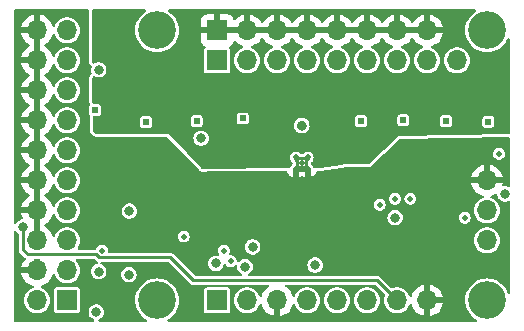
<source format=gbr>
%TF.GenerationSoftware,KiCad,Pcbnew,8.0.7*%
%TF.CreationDate,2024-12-23T20:58:06-05:00*%
%TF.ProjectId,tac5212_audio_board_single_ended,74616335-3231-4325-9f61-7564696f5f62,rev?*%
%TF.SameCoordinates,Original*%
%TF.FileFunction,Copper,L2,Inr*%
%TF.FilePolarity,Positive*%
%FSLAX46Y46*%
G04 Gerber Fmt 4.6, Leading zero omitted, Abs format (unit mm)*
G04 Created by KiCad (PCBNEW 8.0.7) date 2024-12-23 20:58:06*
%MOMM*%
%LPD*%
G01*
G04 APERTURE LIST*
%TA.AperFunction,ComponentPad*%
%ADD10R,1.700000X1.700000*%
%TD*%
%TA.AperFunction,ComponentPad*%
%ADD11O,1.700000X1.700000*%
%TD*%
%TA.AperFunction,ComponentPad*%
%ADD12C,3.200000*%
%TD*%
%TA.AperFunction,ComponentPad*%
%ADD13C,0.500000*%
%TD*%
%TA.AperFunction,ComponentPad*%
%ADD14R,0.500000X0.500000*%
%TD*%
%TA.AperFunction,ViaPad*%
%ADD15C,0.800000*%
%TD*%
%TA.AperFunction,Conductor*%
%ADD16C,0.250000*%
%TD*%
G04 APERTURE END LIST*
D10*
%TO.N,EN_HELD_HIGH*%
%TO.C,board_outline108*%
X89337500Y-122600000D03*
D11*
%TO.N,unconnected-(board_outline108-HELD_LOW-Pad2)*%
X86797500Y-122600000D03*
%TO.N,Net-(5V108-B)*%
X89337500Y-120060000D03*
%TO.N,GNDD*%
X86797500Y-120060000D03*
%TO.N,unconnected-(board_outline108-12V-Pad5)*%
X89337500Y-117520000D03*
%TO.N,GNDD*%
X86797500Y-117520000D03*
%TO.N,5212_DOUT1+*%
X89337500Y-114980000D03*
%TO.N,GNDD*%
X86797500Y-114980000D03*
%TO.N,5212_DIN1*%
X89337500Y-112440000D03*
%TO.N,GNDD*%
X86797500Y-112440000D03*
%TO.N,5212_BCLK1*%
X89337500Y-109900000D03*
%TO.N,GNDD*%
X86797500Y-109900000D03*
%TO.N,5212_LRCK1*%
X89337500Y-107360000D03*
%TO.N,GNDD*%
X86797500Y-107360000D03*
%TO.N,DSP_SDA*%
X89337500Y-104820000D03*
%TO.N,GNDD*%
X86797500Y-104820000D03*
%TO.N,DSP_SCL*%
X89337500Y-102280000D03*
%TO.N,GNDD*%
X86797500Y-102280000D03*
%TO.N,5212_MCLK1*%
X89337500Y-99740000D03*
%TO.N,GNDD*%
X86797500Y-99740000D03*
D10*
%TO.N,OUT1P+*%
X102047500Y-102285000D03*
%TO.N,Earth*%
X102047500Y-99745000D03*
D11*
%TO.N,OUT1M+*%
X104587500Y-102285000D03*
%TO.N,Earth*%
X104587500Y-99745000D03*
%TO.N,OUT2P+*%
X107127500Y-102285000D03*
%TO.N,Earth*%
X107127500Y-99745000D03*
%TO.N,OUT2M+*%
X109667500Y-102285000D03*
%TO.N,Earth*%
X109667500Y-99745000D03*
%TO.N,IN1P+*%
X112207500Y-102285000D03*
%TO.N,Earth*%
X112207500Y-99745000D03*
%TO.N,IN1M+*%
X114747500Y-102285000D03*
%TO.N,Earth*%
X114747500Y-99745000D03*
%TO.N,IN2P+*%
X117287500Y-102285000D03*
%TO.N,Earth*%
X117287500Y-99745000D03*
%TO.N,IN2M+*%
X119827500Y-102285000D03*
%TO.N,Earth*%
X119827500Y-99745000D03*
D10*
%TO.N,5212_SCL*%
X102047500Y-122605000D03*
D11*
%TO.N,5212_SDA*%
X104587500Y-122605000D03*
%TO.N,GNDD*%
X107127500Y-122605000D03*
%TO.N,GPIO1*%
X109667500Y-122605000D03*
%TO.N,GPIO2*%
X112207500Y-122605000D03*
%TO.N,GPO1*%
X114747500Y-122605000D03*
%TO.N,GPI1*%
X117287500Y-122605000D03*
%TO.N,GNDD*%
X119827500Y-122605000D03*
%TO.N,5V*%
X124892500Y-117525000D03*
%TO.N,3.3V_LDO*%
X124892500Y-114985000D03*
%TO.N,GNDD*%
X124892500Y-112445000D03*
%TO.N,MICBIAS*%
X122352500Y-102285000D03*
D12*
%TO.N,Net-(E108-B)*%
X96952500Y-99745000D03*
%TO.N,Net-(E109-B)*%
X124892500Y-99745000D03*
%TO.N,Net-(G117-A)*%
X96952500Y-122605000D03*
%TO.N,Net-(G118-A)*%
X124892500Y-122605000D03*
%TD*%
D13*
%TO.N,Earth*%
%TO.C,G110*%
X117100000Y-114000000D03*
%TD*%
%TO.N,Earth*%
%TO.C,G109*%
X99200000Y-117200000D03*
%TD*%
%TO.N,Earth*%
%TO.C,G112*%
X118400000Y-114000000D03*
%TD*%
%TO.N,Earth*%
%TO.C,G111*%
X92300000Y-118400000D03*
%TD*%
%TO.N,Earth*%
%TO.C,G113*%
X102600000Y-118400000D03*
%TD*%
%TO.N,GNDD*%
%TO.C,TAC5212*%
X108705025Y-111494975D03*
X108705025Y-110505025D03*
X109200000Y-111000000D03*
X109694975Y-111494975D03*
X109694975Y-110505025D03*
%TD*%
%TO.N,Earth*%
%TO.C,G115*%
X103200000Y-119300000D03*
%TD*%
%TO.N,Earth*%
%TO.C,G114*%
X123000000Y-115600000D03*
%TD*%
%TO.N,Earth*%
%TO.C,G116*%
X125900000Y-110200000D03*
%TD*%
%TO.N,Earth*%
%TO.C,G108*%
X115800000Y-114500000D03*
%TD*%
D14*
%TO.N,OUT2P*%
%TO.C,OP2*%
X100300000Y-107425000D03*
%TD*%
%TO.N,IN2P*%
%TO.C,INP2*%
X121400000Y-107435000D03*
%TD*%
%TO.N,IN2M*%
%TO.C,INM2*%
X125000000Y-107482500D03*
%TD*%
%TO.N,OUT2M*%
%TO.C,OM2*%
X104200000Y-107200000D03*
%TD*%
%TO.N,OUT1P*%
%TO.C,OP1*%
X96000000Y-107500000D03*
%TD*%
%TO.N,IN1M*%
%TO.C,INM1*%
X117800000Y-107362500D03*
%TD*%
%TO.N,OUT1M*%
%TO.C,OM1*%
X91700000Y-106500000D03*
%TD*%
%TO.N,IN1P*%
%TO.C,INP1*%
X114200000Y-107425000D03*
%TD*%
D15*
%TO.N,GNDD*%
X92600000Y-114800000D03*
X99400000Y-123800000D03*
X91719599Y-111998440D03*
X119400000Y-114600000D03*
X109200000Y-107800000D03*
X107711709Y-119246986D03*
X94800000Y-118200000D03*
X109250000Y-113985355D03*
X98000000Y-110000000D03*
X99000000Y-118800000D03*
X115400000Y-113600000D03*
X124800000Y-119000000D03*
X123400000Y-113800000D03*
X100718700Y-117875000D03*
X93200000Y-123600000D03*
%TO.N,5V*%
X94569964Y-120430000D03*
%TO.N,Earth*%
X94600000Y-105800000D03*
X94400000Y-101000000D03*
X91800000Y-123600000D03*
X103224739Y-107762663D03*
X126400000Y-113600000D03*
X112825000Y-110225000D03*
X96200000Y-103200000D03*
X94400000Y-98400000D03*
X108200000Y-105200000D03*
X111200000Y-104200000D03*
X124064601Y-102335399D03*
%TO.N,EN_HELD_HIGH*%
X117100000Y-115600000D03*
%TO.N,5212_SCL*%
X101934085Y-119475000D03*
%TO.N,5212_SDA*%
X92004802Y-120161926D03*
X92007954Y-103082209D03*
%TO.N,3.3V_LDO*%
X100675000Y-108873986D03*
X94600000Y-115050000D03*
X105050000Y-118075008D03*
%TO.N,GPI1*%
X85600000Y-116400000D03*
%TO.N,Net-(PU_EN108-Pad1)*%
X110338844Y-119622742D03*
X104393867Y-119750361D03*
%TD*%
D16*
%TO.N,GPI1*%
X100000000Y-120900000D02*
X98075000Y-118975000D01*
X85600000Y-118300000D02*
X85600000Y-116400000D01*
X86000000Y-118700000D02*
X85600000Y-118300000D01*
X91786827Y-118700000D02*
X86000000Y-118700000D01*
X92061827Y-118975000D02*
X91786827Y-118700000D01*
X115582500Y-120900000D02*
X100000000Y-120900000D01*
X117287500Y-122605000D02*
X115582500Y-120900000D01*
X98075000Y-118975000D02*
X92061827Y-118975000D01*
%TD*%
%TA.AperFunction,Conductor*%
%TO.N,Earth*%
G36*
X104121575Y-99552007D02*
G01*
X104087500Y-99679174D01*
X104087500Y-99810826D01*
X104121575Y-99937993D01*
X104154488Y-99995000D01*
X102480512Y-99995000D01*
X102513425Y-99937993D01*
X102547500Y-99810826D01*
X102547500Y-99679174D01*
X102513425Y-99552007D01*
X102480512Y-99495000D01*
X104154488Y-99495000D01*
X104121575Y-99552007D01*
G37*
%TD.AperFunction*%
%TA.AperFunction,Conductor*%
G36*
X106661575Y-99552007D02*
G01*
X106627500Y-99679174D01*
X106627500Y-99810826D01*
X106661575Y-99937993D01*
X106694488Y-99995000D01*
X105020512Y-99995000D01*
X105053425Y-99937993D01*
X105087500Y-99810826D01*
X105087500Y-99679174D01*
X105053425Y-99552007D01*
X105020512Y-99495000D01*
X106694488Y-99495000D01*
X106661575Y-99552007D01*
G37*
%TD.AperFunction*%
%TA.AperFunction,Conductor*%
G36*
X109201575Y-99552007D02*
G01*
X109167500Y-99679174D01*
X109167500Y-99810826D01*
X109201575Y-99937993D01*
X109234488Y-99995000D01*
X107560512Y-99995000D01*
X107593425Y-99937993D01*
X107627500Y-99810826D01*
X107627500Y-99679174D01*
X107593425Y-99552007D01*
X107560512Y-99495000D01*
X109234488Y-99495000D01*
X109201575Y-99552007D01*
G37*
%TD.AperFunction*%
%TA.AperFunction,Conductor*%
G36*
X111741575Y-99552007D02*
G01*
X111707500Y-99679174D01*
X111707500Y-99810826D01*
X111741575Y-99937993D01*
X111774488Y-99995000D01*
X110100512Y-99995000D01*
X110133425Y-99937993D01*
X110167500Y-99810826D01*
X110167500Y-99679174D01*
X110133425Y-99552007D01*
X110100512Y-99495000D01*
X111774488Y-99495000D01*
X111741575Y-99552007D01*
G37*
%TD.AperFunction*%
%TA.AperFunction,Conductor*%
G36*
X114281575Y-99552007D02*
G01*
X114247500Y-99679174D01*
X114247500Y-99810826D01*
X114281575Y-99937993D01*
X114314488Y-99995000D01*
X112640512Y-99995000D01*
X112673425Y-99937993D01*
X112707500Y-99810826D01*
X112707500Y-99679174D01*
X112673425Y-99552007D01*
X112640512Y-99495000D01*
X114314488Y-99495000D01*
X114281575Y-99552007D01*
G37*
%TD.AperFunction*%
%TA.AperFunction,Conductor*%
G36*
X116821575Y-99552007D02*
G01*
X116787500Y-99679174D01*
X116787500Y-99810826D01*
X116821575Y-99937993D01*
X116854488Y-99995000D01*
X115180512Y-99995000D01*
X115213425Y-99937993D01*
X115247500Y-99810826D01*
X115247500Y-99679174D01*
X115213425Y-99552007D01*
X115180512Y-99495000D01*
X116854488Y-99495000D01*
X116821575Y-99552007D01*
G37*
%TD.AperFunction*%
%TA.AperFunction,Conductor*%
G36*
X119361575Y-99552007D02*
G01*
X119327500Y-99679174D01*
X119327500Y-99810826D01*
X119361575Y-99937993D01*
X119394488Y-99995000D01*
X117720512Y-99995000D01*
X117753425Y-99937993D01*
X117787500Y-99810826D01*
X117787500Y-99679174D01*
X117753425Y-99552007D01*
X117720512Y-99495000D01*
X119394488Y-99495000D01*
X119361575Y-99552007D01*
G37*
%TD.AperFunction*%
%TA.AperFunction,Conductor*%
G36*
X95968916Y-97964685D02*
G01*
X96014671Y-98017489D01*
X96024615Y-98086647D01*
X95995590Y-98150203D01*
X95961304Y-98177832D01*
X95949494Y-98184280D01*
X95949486Y-98184285D01*
X95737592Y-98342906D01*
X95737574Y-98342922D01*
X95550422Y-98530074D01*
X95550406Y-98530092D01*
X95391785Y-98741986D01*
X95391780Y-98741994D01*
X95264928Y-98974305D01*
X95264926Y-98974309D01*
X95172421Y-99222326D01*
X95116158Y-99480965D01*
X95116157Y-99480972D01*
X95097273Y-99744998D01*
X95097273Y-99745001D01*
X95116157Y-100009027D01*
X95116158Y-100009034D01*
X95172421Y-100267673D01*
X95264926Y-100515690D01*
X95264928Y-100515694D01*
X95391780Y-100748005D01*
X95391785Y-100748013D01*
X95550406Y-100959907D01*
X95550422Y-100959925D01*
X95737574Y-101147077D01*
X95737592Y-101147093D01*
X95949486Y-101305714D01*
X95949494Y-101305719D01*
X96181805Y-101432571D01*
X96181809Y-101432573D01*
X96181811Y-101432574D01*
X96429822Y-101525077D01*
X96429825Y-101525077D01*
X96429826Y-101525078D01*
X96625052Y-101567546D01*
X96688474Y-101581343D01*
X96932160Y-101598772D01*
X96952499Y-101600227D01*
X96952500Y-101600227D01*
X96952501Y-101600227D01*
X96971385Y-101598876D01*
X97216526Y-101581343D01*
X97475178Y-101525077D01*
X97723189Y-101432574D01*
X97955511Y-101305716D01*
X98167415Y-101147087D01*
X98354587Y-100959915D01*
X98513216Y-100748011D01*
X98640074Y-100515689D01*
X98732577Y-100267678D01*
X98788843Y-100009026D01*
X98807727Y-99745000D01*
X98788843Y-99480974D01*
X98732577Y-99222322D01*
X98640074Y-98974311D01*
X98585259Y-98873926D01*
X98570641Y-98847155D01*
X100697500Y-98847155D01*
X100697500Y-99495000D01*
X101614488Y-99495000D01*
X101581575Y-99552007D01*
X101547500Y-99679174D01*
X101547500Y-99810826D01*
X101581575Y-99937993D01*
X101614488Y-99995000D01*
X100697500Y-99995000D01*
X100697500Y-100642844D01*
X100703901Y-100702372D01*
X100703903Y-100702379D01*
X100754145Y-100837086D01*
X100754149Y-100837093D01*
X100840309Y-100952187D01*
X100840312Y-100952190D01*
X100955406Y-101038350D01*
X100955412Y-101038353D01*
X100976768Y-101046319D01*
X101032701Y-101088191D01*
X101057118Y-101153656D01*
X101042266Y-101221928D01*
X101021119Y-101250179D01*
X101016900Y-101254397D01*
X100961533Y-101337260D01*
X100961532Y-101337264D01*
X100947000Y-101410321D01*
X100947000Y-103159678D01*
X100961532Y-103232735D01*
X100961533Y-103232739D01*
X100961534Y-103232740D01*
X101016899Y-103315601D01*
X101099760Y-103370966D01*
X101099764Y-103370967D01*
X101172821Y-103385499D01*
X101172824Y-103385500D01*
X101172826Y-103385500D01*
X102922176Y-103385500D01*
X102922177Y-103385499D01*
X102995240Y-103370966D01*
X103078101Y-103315601D01*
X103133466Y-103232740D01*
X103148000Y-103159674D01*
X103148000Y-101410326D01*
X103148000Y-101410323D01*
X103147999Y-101410321D01*
X103133467Y-101337264D01*
X103133466Y-101337260D01*
X103112388Y-101305714D01*
X103078101Y-101254399D01*
X103078099Y-101254397D01*
X103078098Y-101254396D01*
X103073884Y-101250182D01*
X103040399Y-101188859D01*
X103045383Y-101119167D01*
X103087255Y-101063234D01*
X103118232Y-101046319D01*
X103139586Y-101038354D01*
X103139593Y-101038350D01*
X103254687Y-100952190D01*
X103254690Y-100952187D01*
X103340850Y-100837093D01*
X103340854Y-100837086D01*
X103390114Y-100705013D01*
X103431985Y-100649079D01*
X103497449Y-100624662D01*
X103565722Y-100639513D01*
X103593977Y-100660665D01*
X103716417Y-100783105D01*
X103909921Y-100918600D01*
X104124007Y-101018429D01*
X104124016Y-101018433D01*
X104163083Y-101028901D01*
X104222744Y-101065266D01*
X104253273Y-101128113D01*
X104244979Y-101197488D01*
X104200493Y-101251366D01*
X104175784Y-101264302D01*
X104094873Y-101295647D01*
X104094857Y-101295655D01*
X103921460Y-101403017D01*
X103921458Y-101403019D01*
X103770737Y-101540418D01*
X103647827Y-101703178D01*
X103556922Y-101885739D01*
X103556917Y-101885752D01*
X103501102Y-102081917D01*
X103482285Y-102284999D01*
X103482285Y-102285000D01*
X103501102Y-102488082D01*
X103556917Y-102684247D01*
X103556922Y-102684260D01*
X103647827Y-102866821D01*
X103770737Y-103029581D01*
X103921458Y-103166980D01*
X103921460Y-103166982D01*
X104020641Y-103228392D01*
X104094863Y-103274348D01*
X104285044Y-103348024D01*
X104485524Y-103385500D01*
X104485526Y-103385500D01*
X104689474Y-103385500D01*
X104689476Y-103385500D01*
X104889956Y-103348024D01*
X105080137Y-103274348D01*
X105253541Y-103166981D01*
X105404264Y-103029579D01*
X105527173Y-102866821D01*
X105618082Y-102684250D01*
X105673897Y-102488083D01*
X105692715Y-102285000D01*
X105673897Y-102081917D01*
X105618082Y-101885750D01*
X105527173Y-101703179D01*
X105404264Y-101540421D01*
X105404262Y-101540418D01*
X105253541Y-101403019D01*
X105253539Y-101403017D01*
X105080142Y-101295655D01*
X105080135Y-101295651D01*
X104999215Y-101264303D01*
X104943813Y-101221730D01*
X104920223Y-101155963D01*
X104935934Y-101087883D01*
X104985958Y-101039104D01*
X105011917Y-101028901D01*
X105050981Y-101018434D01*
X105050992Y-101018429D01*
X105265078Y-100918600D01*
X105458582Y-100783105D01*
X105625605Y-100616082D01*
X105755925Y-100429968D01*
X105810502Y-100386344D01*
X105880001Y-100379151D01*
X105942355Y-100410673D01*
X105959075Y-100429968D01*
X106089394Y-100616082D01*
X106256417Y-100783105D01*
X106449921Y-100918600D01*
X106664007Y-101018429D01*
X106664016Y-101018433D01*
X106703083Y-101028901D01*
X106762744Y-101065266D01*
X106793273Y-101128113D01*
X106784979Y-101197488D01*
X106740493Y-101251366D01*
X106715784Y-101264302D01*
X106634873Y-101295647D01*
X106634857Y-101295655D01*
X106461460Y-101403017D01*
X106461458Y-101403019D01*
X106310737Y-101540418D01*
X106187827Y-101703178D01*
X106096922Y-101885739D01*
X106096917Y-101885752D01*
X106041102Y-102081917D01*
X106022285Y-102284999D01*
X106022285Y-102285000D01*
X106041102Y-102488082D01*
X106096917Y-102684247D01*
X106096922Y-102684260D01*
X106187827Y-102866821D01*
X106310737Y-103029581D01*
X106461458Y-103166980D01*
X106461460Y-103166982D01*
X106560641Y-103228392D01*
X106634863Y-103274348D01*
X106825044Y-103348024D01*
X107025524Y-103385500D01*
X107025526Y-103385500D01*
X107229474Y-103385500D01*
X107229476Y-103385500D01*
X107429956Y-103348024D01*
X107620137Y-103274348D01*
X107793541Y-103166981D01*
X107944264Y-103029579D01*
X108067173Y-102866821D01*
X108158082Y-102684250D01*
X108213897Y-102488083D01*
X108232715Y-102285000D01*
X108213897Y-102081917D01*
X108158082Y-101885750D01*
X108067173Y-101703179D01*
X107944264Y-101540421D01*
X107944262Y-101540418D01*
X107793541Y-101403019D01*
X107793539Y-101403017D01*
X107620142Y-101295655D01*
X107620135Y-101295651D01*
X107539215Y-101264303D01*
X107483813Y-101221730D01*
X107460223Y-101155963D01*
X107475934Y-101087883D01*
X107525958Y-101039104D01*
X107551917Y-101028901D01*
X107590981Y-101018434D01*
X107590992Y-101018429D01*
X107805078Y-100918600D01*
X107998582Y-100783105D01*
X108165605Y-100616082D01*
X108295925Y-100429968D01*
X108350502Y-100386344D01*
X108420001Y-100379151D01*
X108482355Y-100410673D01*
X108499075Y-100429968D01*
X108629394Y-100616082D01*
X108796417Y-100783105D01*
X108989921Y-100918600D01*
X109204007Y-101018429D01*
X109204016Y-101018433D01*
X109243083Y-101028901D01*
X109302744Y-101065266D01*
X109333273Y-101128113D01*
X109324979Y-101197488D01*
X109280493Y-101251366D01*
X109255784Y-101264302D01*
X109174873Y-101295647D01*
X109174857Y-101295655D01*
X109001460Y-101403017D01*
X109001458Y-101403019D01*
X108850737Y-101540418D01*
X108727827Y-101703178D01*
X108636922Y-101885739D01*
X108636917Y-101885752D01*
X108581102Y-102081917D01*
X108562285Y-102284999D01*
X108562285Y-102285000D01*
X108581102Y-102488082D01*
X108636917Y-102684247D01*
X108636922Y-102684260D01*
X108727827Y-102866821D01*
X108850737Y-103029581D01*
X109001458Y-103166980D01*
X109001460Y-103166982D01*
X109100641Y-103228392D01*
X109174863Y-103274348D01*
X109365044Y-103348024D01*
X109565524Y-103385500D01*
X109565526Y-103385500D01*
X109769474Y-103385500D01*
X109769476Y-103385500D01*
X109969956Y-103348024D01*
X110160137Y-103274348D01*
X110333541Y-103166981D01*
X110484264Y-103029579D01*
X110607173Y-102866821D01*
X110698082Y-102684250D01*
X110753897Y-102488083D01*
X110772715Y-102285000D01*
X110753897Y-102081917D01*
X110698082Y-101885750D01*
X110607173Y-101703179D01*
X110484264Y-101540421D01*
X110484262Y-101540418D01*
X110333541Y-101403019D01*
X110333539Y-101403017D01*
X110160142Y-101295655D01*
X110160135Y-101295651D01*
X110079215Y-101264303D01*
X110023813Y-101221730D01*
X110000223Y-101155963D01*
X110015934Y-101087883D01*
X110065958Y-101039104D01*
X110091917Y-101028901D01*
X110130981Y-101018434D01*
X110130992Y-101018429D01*
X110345078Y-100918600D01*
X110538582Y-100783105D01*
X110705605Y-100616082D01*
X110835925Y-100429968D01*
X110890502Y-100386344D01*
X110960001Y-100379151D01*
X111022355Y-100410673D01*
X111039075Y-100429968D01*
X111169394Y-100616082D01*
X111336417Y-100783105D01*
X111529921Y-100918600D01*
X111744007Y-101018429D01*
X111744016Y-101018433D01*
X111783083Y-101028901D01*
X111842744Y-101065266D01*
X111873273Y-101128113D01*
X111864979Y-101197488D01*
X111820493Y-101251366D01*
X111795784Y-101264302D01*
X111714873Y-101295647D01*
X111714857Y-101295655D01*
X111541460Y-101403017D01*
X111541458Y-101403019D01*
X111390737Y-101540418D01*
X111267827Y-101703178D01*
X111176922Y-101885739D01*
X111176917Y-101885752D01*
X111121102Y-102081917D01*
X111102285Y-102284999D01*
X111102285Y-102285000D01*
X111121102Y-102488082D01*
X111176917Y-102684247D01*
X111176922Y-102684260D01*
X111267827Y-102866821D01*
X111390737Y-103029581D01*
X111541458Y-103166980D01*
X111541460Y-103166982D01*
X111640641Y-103228392D01*
X111714863Y-103274348D01*
X111905044Y-103348024D01*
X112105524Y-103385500D01*
X112105526Y-103385500D01*
X112309474Y-103385500D01*
X112309476Y-103385500D01*
X112509956Y-103348024D01*
X112700137Y-103274348D01*
X112873541Y-103166981D01*
X113024264Y-103029579D01*
X113147173Y-102866821D01*
X113238082Y-102684250D01*
X113293897Y-102488083D01*
X113312715Y-102285000D01*
X113293897Y-102081917D01*
X113238082Y-101885750D01*
X113147173Y-101703179D01*
X113024264Y-101540421D01*
X113024262Y-101540418D01*
X112873541Y-101403019D01*
X112873539Y-101403017D01*
X112700142Y-101295655D01*
X112700135Y-101295651D01*
X112619215Y-101264303D01*
X112563813Y-101221730D01*
X112540223Y-101155963D01*
X112555934Y-101087883D01*
X112605958Y-101039104D01*
X112631917Y-101028901D01*
X112670981Y-101018434D01*
X112670992Y-101018429D01*
X112885078Y-100918600D01*
X113078582Y-100783105D01*
X113245605Y-100616082D01*
X113375925Y-100429968D01*
X113430502Y-100386344D01*
X113500001Y-100379151D01*
X113562355Y-100410673D01*
X113579075Y-100429968D01*
X113709394Y-100616082D01*
X113876417Y-100783105D01*
X114069921Y-100918600D01*
X114284007Y-101018429D01*
X114284016Y-101018433D01*
X114323083Y-101028901D01*
X114382744Y-101065266D01*
X114413273Y-101128113D01*
X114404979Y-101197488D01*
X114360493Y-101251366D01*
X114335784Y-101264302D01*
X114254873Y-101295647D01*
X114254857Y-101295655D01*
X114081460Y-101403017D01*
X114081458Y-101403019D01*
X113930737Y-101540418D01*
X113807827Y-101703178D01*
X113716922Y-101885739D01*
X113716917Y-101885752D01*
X113661102Y-102081917D01*
X113642285Y-102284999D01*
X113642285Y-102285000D01*
X113661102Y-102488082D01*
X113716917Y-102684247D01*
X113716922Y-102684260D01*
X113807827Y-102866821D01*
X113930737Y-103029581D01*
X114081458Y-103166980D01*
X114081460Y-103166982D01*
X114180641Y-103228392D01*
X114254863Y-103274348D01*
X114445044Y-103348024D01*
X114645524Y-103385500D01*
X114645526Y-103385500D01*
X114849474Y-103385500D01*
X114849476Y-103385500D01*
X115049956Y-103348024D01*
X115240137Y-103274348D01*
X115413541Y-103166981D01*
X115564264Y-103029579D01*
X115687173Y-102866821D01*
X115778082Y-102684250D01*
X115833897Y-102488083D01*
X115852715Y-102285000D01*
X115833897Y-102081917D01*
X115778082Y-101885750D01*
X115687173Y-101703179D01*
X115564264Y-101540421D01*
X115564262Y-101540418D01*
X115413541Y-101403019D01*
X115413539Y-101403017D01*
X115240142Y-101295655D01*
X115240135Y-101295651D01*
X115159215Y-101264303D01*
X115103813Y-101221730D01*
X115080223Y-101155963D01*
X115095934Y-101087883D01*
X115145958Y-101039104D01*
X115171917Y-101028901D01*
X115210981Y-101018434D01*
X115210992Y-101018429D01*
X115425078Y-100918600D01*
X115618582Y-100783105D01*
X115785605Y-100616082D01*
X115915925Y-100429968D01*
X115970502Y-100386344D01*
X116040001Y-100379151D01*
X116102355Y-100410673D01*
X116119075Y-100429968D01*
X116249394Y-100616082D01*
X116416417Y-100783105D01*
X116609921Y-100918600D01*
X116824007Y-101018429D01*
X116824016Y-101018433D01*
X116863083Y-101028901D01*
X116922744Y-101065266D01*
X116953273Y-101128113D01*
X116944979Y-101197488D01*
X116900493Y-101251366D01*
X116875784Y-101264302D01*
X116794873Y-101295647D01*
X116794857Y-101295655D01*
X116621460Y-101403017D01*
X116621458Y-101403019D01*
X116470737Y-101540418D01*
X116347827Y-101703178D01*
X116256922Y-101885739D01*
X116256917Y-101885752D01*
X116201102Y-102081917D01*
X116182285Y-102284999D01*
X116182285Y-102285000D01*
X116201102Y-102488082D01*
X116256917Y-102684247D01*
X116256922Y-102684260D01*
X116347827Y-102866821D01*
X116470737Y-103029581D01*
X116621458Y-103166980D01*
X116621460Y-103166982D01*
X116720641Y-103228392D01*
X116794863Y-103274348D01*
X116985044Y-103348024D01*
X117185524Y-103385500D01*
X117185526Y-103385500D01*
X117389474Y-103385500D01*
X117389476Y-103385500D01*
X117589956Y-103348024D01*
X117780137Y-103274348D01*
X117953541Y-103166981D01*
X118104264Y-103029579D01*
X118227173Y-102866821D01*
X118318082Y-102684250D01*
X118373897Y-102488083D01*
X118392715Y-102285000D01*
X118373897Y-102081917D01*
X118318082Y-101885750D01*
X118227173Y-101703179D01*
X118104264Y-101540421D01*
X118104262Y-101540418D01*
X117953541Y-101403019D01*
X117953539Y-101403017D01*
X117780142Y-101295655D01*
X117780135Y-101295651D01*
X117699215Y-101264303D01*
X117643813Y-101221730D01*
X117620223Y-101155963D01*
X117635934Y-101087883D01*
X117685958Y-101039104D01*
X117711917Y-101028901D01*
X117750981Y-101018434D01*
X117750992Y-101018429D01*
X117965078Y-100918600D01*
X118158582Y-100783105D01*
X118325605Y-100616082D01*
X118455925Y-100429968D01*
X118510502Y-100386344D01*
X118580001Y-100379151D01*
X118642355Y-100410673D01*
X118659075Y-100429968D01*
X118789394Y-100616082D01*
X118956417Y-100783105D01*
X119149921Y-100918600D01*
X119364007Y-101018429D01*
X119364016Y-101018433D01*
X119403083Y-101028901D01*
X119462744Y-101065266D01*
X119493273Y-101128113D01*
X119484979Y-101197488D01*
X119440493Y-101251366D01*
X119415784Y-101264302D01*
X119334873Y-101295647D01*
X119334857Y-101295655D01*
X119161460Y-101403017D01*
X119161458Y-101403019D01*
X119010737Y-101540418D01*
X118887827Y-101703178D01*
X118796922Y-101885739D01*
X118796917Y-101885752D01*
X118741102Y-102081917D01*
X118722285Y-102284999D01*
X118722285Y-102285000D01*
X118741102Y-102488082D01*
X118796917Y-102684247D01*
X118796922Y-102684260D01*
X118887827Y-102866821D01*
X119010737Y-103029581D01*
X119161458Y-103166980D01*
X119161460Y-103166982D01*
X119260641Y-103228392D01*
X119334863Y-103274348D01*
X119525044Y-103348024D01*
X119725524Y-103385500D01*
X119725526Y-103385500D01*
X119929474Y-103385500D01*
X119929476Y-103385500D01*
X120129956Y-103348024D01*
X120320137Y-103274348D01*
X120493541Y-103166981D01*
X120644264Y-103029579D01*
X120767173Y-102866821D01*
X120858082Y-102684250D01*
X120913897Y-102488083D01*
X120932715Y-102285000D01*
X120932715Y-102284999D01*
X121247285Y-102284999D01*
X121247285Y-102285000D01*
X121266102Y-102488082D01*
X121321917Y-102684247D01*
X121321922Y-102684260D01*
X121412827Y-102866821D01*
X121535737Y-103029581D01*
X121686458Y-103166980D01*
X121686460Y-103166982D01*
X121785641Y-103228392D01*
X121859863Y-103274348D01*
X122050044Y-103348024D01*
X122250524Y-103385500D01*
X122250526Y-103385500D01*
X122454474Y-103385500D01*
X122454476Y-103385500D01*
X122654956Y-103348024D01*
X122845137Y-103274348D01*
X123018541Y-103166981D01*
X123169264Y-103029579D01*
X123292173Y-102866821D01*
X123383082Y-102684250D01*
X123438897Y-102488083D01*
X123457715Y-102285000D01*
X123438897Y-102081917D01*
X123383082Y-101885750D01*
X123292173Y-101703179D01*
X123169264Y-101540421D01*
X123169262Y-101540418D01*
X123018541Y-101403019D01*
X123018539Y-101403017D01*
X122845142Y-101295655D01*
X122845135Y-101295651D01*
X122730821Y-101251366D01*
X122654956Y-101221976D01*
X122454476Y-101184500D01*
X122250524Y-101184500D01*
X122050044Y-101221976D01*
X122050041Y-101221976D01*
X122050041Y-101221977D01*
X121859864Y-101295651D01*
X121859857Y-101295655D01*
X121686460Y-101403017D01*
X121686458Y-101403019D01*
X121535737Y-101540418D01*
X121412827Y-101703178D01*
X121321922Y-101885739D01*
X121321917Y-101885752D01*
X121266102Y-102081917D01*
X121247285Y-102284999D01*
X120932715Y-102284999D01*
X120913897Y-102081917D01*
X120858082Y-101885750D01*
X120767173Y-101703179D01*
X120644264Y-101540421D01*
X120644262Y-101540418D01*
X120493541Y-101403019D01*
X120493539Y-101403017D01*
X120320142Y-101295655D01*
X120320135Y-101295651D01*
X120239215Y-101264303D01*
X120183813Y-101221730D01*
X120160223Y-101155963D01*
X120175934Y-101087883D01*
X120225958Y-101039104D01*
X120251917Y-101028901D01*
X120290981Y-101018434D01*
X120290992Y-101018429D01*
X120505078Y-100918600D01*
X120698582Y-100783105D01*
X120865605Y-100616082D01*
X121001100Y-100422578D01*
X121100929Y-100208492D01*
X121100932Y-100208486D01*
X121158136Y-99995000D01*
X120260512Y-99995000D01*
X120293425Y-99937993D01*
X120327500Y-99810826D01*
X120327500Y-99679174D01*
X120293425Y-99552007D01*
X120260512Y-99495000D01*
X121158136Y-99495000D01*
X121158135Y-99494999D01*
X121100932Y-99281513D01*
X121100929Y-99281507D01*
X121001100Y-99067422D01*
X121001099Y-99067420D01*
X120865613Y-98873926D01*
X120865608Y-98873920D01*
X120698582Y-98706894D01*
X120505078Y-98571399D01*
X120290992Y-98471570D01*
X120290986Y-98471567D01*
X120077500Y-98414364D01*
X120077500Y-99311988D01*
X120020493Y-99279075D01*
X119893326Y-99245000D01*
X119761674Y-99245000D01*
X119634507Y-99279075D01*
X119577500Y-99311988D01*
X119577500Y-98414364D01*
X119577499Y-98414364D01*
X119364013Y-98471567D01*
X119364007Y-98471570D01*
X119149922Y-98571399D01*
X119149920Y-98571400D01*
X118956426Y-98706886D01*
X118956420Y-98706891D01*
X118789391Y-98873920D01*
X118789390Y-98873922D01*
X118659075Y-99060031D01*
X118604498Y-99103655D01*
X118534999Y-99110848D01*
X118472645Y-99079326D01*
X118455925Y-99060031D01*
X118325609Y-98873922D01*
X118325608Y-98873920D01*
X118158582Y-98706894D01*
X117965078Y-98571399D01*
X117750992Y-98471570D01*
X117750986Y-98471567D01*
X117537500Y-98414364D01*
X117537500Y-99311988D01*
X117480493Y-99279075D01*
X117353326Y-99245000D01*
X117221674Y-99245000D01*
X117094507Y-99279075D01*
X117037500Y-99311988D01*
X117037500Y-98414364D01*
X117037499Y-98414364D01*
X116824013Y-98471567D01*
X116824007Y-98471570D01*
X116609922Y-98571399D01*
X116609920Y-98571400D01*
X116416426Y-98706886D01*
X116416420Y-98706891D01*
X116249391Y-98873920D01*
X116249390Y-98873922D01*
X116119075Y-99060031D01*
X116064498Y-99103655D01*
X115994999Y-99110848D01*
X115932645Y-99079326D01*
X115915925Y-99060031D01*
X115785609Y-98873922D01*
X115785608Y-98873920D01*
X115618582Y-98706894D01*
X115425078Y-98571399D01*
X115210992Y-98471570D01*
X115210986Y-98471567D01*
X114997500Y-98414364D01*
X114997500Y-99311988D01*
X114940493Y-99279075D01*
X114813326Y-99245000D01*
X114681674Y-99245000D01*
X114554507Y-99279075D01*
X114497500Y-99311988D01*
X114497500Y-98414364D01*
X114497499Y-98414364D01*
X114284013Y-98471567D01*
X114284007Y-98471570D01*
X114069922Y-98571399D01*
X114069920Y-98571400D01*
X113876426Y-98706886D01*
X113876420Y-98706891D01*
X113709391Y-98873920D01*
X113709390Y-98873922D01*
X113579075Y-99060031D01*
X113524498Y-99103655D01*
X113454999Y-99110848D01*
X113392645Y-99079326D01*
X113375925Y-99060031D01*
X113245609Y-98873922D01*
X113245608Y-98873920D01*
X113078582Y-98706894D01*
X112885078Y-98571399D01*
X112670992Y-98471570D01*
X112670986Y-98471567D01*
X112457500Y-98414364D01*
X112457500Y-99311988D01*
X112400493Y-99279075D01*
X112273326Y-99245000D01*
X112141674Y-99245000D01*
X112014507Y-99279075D01*
X111957500Y-99311988D01*
X111957500Y-98414364D01*
X111957499Y-98414364D01*
X111744013Y-98471567D01*
X111744007Y-98471570D01*
X111529922Y-98571399D01*
X111529920Y-98571400D01*
X111336426Y-98706886D01*
X111336420Y-98706891D01*
X111169391Y-98873920D01*
X111169390Y-98873922D01*
X111039075Y-99060031D01*
X110984498Y-99103655D01*
X110914999Y-99110848D01*
X110852645Y-99079326D01*
X110835925Y-99060031D01*
X110705609Y-98873922D01*
X110705608Y-98873920D01*
X110538582Y-98706894D01*
X110345078Y-98571399D01*
X110130992Y-98471570D01*
X110130986Y-98471567D01*
X109917500Y-98414364D01*
X109917500Y-99311988D01*
X109860493Y-99279075D01*
X109733326Y-99245000D01*
X109601674Y-99245000D01*
X109474507Y-99279075D01*
X109417500Y-99311988D01*
X109417500Y-98414364D01*
X109417499Y-98414364D01*
X109204013Y-98471567D01*
X109204007Y-98471570D01*
X108989922Y-98571399D01*
X108989920Y-98571400D01*
X108796426Y-98706886D01*
X108796420Y-98706891D01*
X108629391Y-98873920D01*
X108629390Y-98873922D01*
X108499075Y-99060031D01*
X108444498Y-99103655D01*
X108374999Y-99110848D01*
X108312645Y-99079326D01*
X108295925Y-99060031D01*
X108165609Y-98873922D01*
X108165608Y-98873920D01*
X107998582Y-98706894D01*
X107805078Y-98571399D01*
X107590992Y-98471570D01*
X107590986Y-98471567D01*
X107377500Y-98414364D01*
X107377500Y-99311988D01*
X107320493Y-99279075D01*
X107193326Y-99245000D01*
X107061674Y-99245000D01*
X106934507Y-99279075D01*
X106877500Y-99311988D01*
X106877500Y-98414364D01*
X106877499Y-98414364D01*
X106664013Y-98471567D01*
X106664007Y-98471570D01*
X106449922Y-98571399D01*
X106449920Y-98571400D01*
X106256426Y-98706886D01*
X106256420Y-98706891D01*
X106089391Y-98873920D01*
X106089390Y-98873922D01*
X105959075Y-99060031D01*
X105904498Y-99103655D01*
X105834999Y-99110848D01*
X105772645Y-99079326D01*
X105755925Y-99060031D01*
X105625609Y-98873922D01*
X105625608Y-98873920D01*
X105458582Y-98706894D01*
X105265078Y-98571399D01*
X105050992Y-98471570D01*
X105050986Y-98471567D01*
X104837500Y-98414364D01*
X104837500Y-99311988D01*
X104780493Y-99279075D01*
X104653326Y-99245000D01*
X104521674Y-99245000D01*
X104394507Y-99279075D01*
X104337500Y-99311988D01*
X104337500Y-98414364D01*
X104337499Y-98414364D01*
X104124013Y-98471567D01*
X104124007Y-98471570D01*
X103909922Y-98571399D01*
X103909920Y-98571400D01*
X103716426Y-98706886D01*
X103593977Y-98829335D01*
X103532654Y-98862819D01*
X103462962Y-98857835D01*
X103407029Y-98815963D01*
X103390114Y-98784986D01*
X103340854Y-98652913D01*
X103340850Y-98652906D01*
X103254690Y-98537812D01*
X103254687Y-98537809D01*
X103139593Y-98451649D01*
X103139586Y-98451645D01*
X103004879Y-98401403D01*
X103004872Y-98401401D01*
X102945344Y-98395000D01*
X102297500Y-98395000D01*
X102297500Y-99311988D01*
X102240493Y-99279075D01*
X102113326Y-99245000D01*
X101981674Y-99245000D01*
X101854507Y-99279075D01*
X101797500Y-99311988D01*
X101797500Y-98395000D01*
X101149655Y-98395000D01*
X101090127Y-98401401D01*
X101090120Y-98401403D01*
X100955413Y-98451645D01*
X100955406Y-98451649D01*
X100840312Y-98537809D01*
X100840309Y-98537812D01*
X100754149Y-98652906D01*
X100754145Y-98652913D01*
X100703903Y-98787620D01*
X100703901Y-98787627D01*
X100697500Y-98847155D01*
X98570641Y-98847155D01*
X98513219Y-98741994D01*
X98513214Y-98741986D01*
X98354593Y-98530092D01*
X98354577Y-98530074D01*
X98167425Y-98342922D01*
X98167407Y-98342906D01*
X97955513Y-98184285D01*
X97955505Y-98184280D01*
X97943696Y-98177832D01*
X97894291Y-98128427D01*
X97879439Y-98060154D01*
X97903856Y-97994689D01*
X97959790Y-97952818D01*
X98003123Y-97945000D01*
X123841877Y-97945000D01*
X123908916Y-97964685D01*
X123954671Y-98017489D01*
X123964615Y-98086647D01*
X123935590Y-98150203D01*
X123901304Y-98177832D01*
X123889494Y-98184280D01*
X123889486Y-98184285D01*
X123677592Y-98342906D01*
X123677574Y-98342922D01*
X123490422Y-98530074D01*
X123490406Y-98530092D01*
X123331785Y-98741986D01*
X123331780Y-98741994D01*
X123204928Y-98974305D01*
X123204926Y-98974309D01*
X123112421Y-99222326D01*
X123056158Y-99480965D01*
X123056157Y-99480972D01*
X123037273Y-99744998D01*
X123037273Y-99745001D01*
X123056157Y-100009027D01*
X123056158Y-100009034D01*
X123112421Y-100267673D01*
X123204926Y-100515690D01*
X123204928Y-100515694D01*
X123331780Y-100748005D01*
X123331785Y-100748013D01*
X123490406Y-100959907D01*
X123490422Y-100959925D01*
X123677574Y-101147077D01*
X123677592Y-101147093D01*
X123889486Y-101305714D01*
X123889494Y-101305719D01*
X124121805Y-101432571D01*
X124121809Y-101432573D01*
X124121811Y-101432574D01*
X124369822Y-101525077D01*
X124369825Y-101525077D01*
X124369826Y-101525078D01*
X124565052Y-101567546D01*
X124628474Y-101581343D01*
X124872160Y-101598772D01*
X124892499Y-101600227D01*
X124892500Y-101600227D01*
X124892501Y-101600227D01*
X124911385Y-101598876D01*
X125156526Y-101581343D01*
X125415178Y-101525077D01*
X125663189Y-101432574D01*
X125895511Y-101305716D01*
X126107415Y-101147087D01*
X126294587Y-100959915D01*
X126453216Y-100748011D01*
X126580074Y-100515689D01*
X126592318Y-100482860D01*
X126634188Y-100426927D01*
X126699653Y-100402509D01*
X126767926Y-100417360D01*
X126817332Y-100466765D01*
X126832500Y-100526193D01*
X126832500Y-108430153D01*
X126812815Y-108497192D01*
X126760011Y-108542947D01*
X126710271Y-108554140D01*
X117431353Y-108686701D01*
X117431350Y-108686702D01*
X114922568Y-111049161D01*
X114860267Y-111080790D01*
X114835437Y-111082869D01*
X112900002Y-111049741D01*
X112900001Y-111049741D01*
X112900000Y-111049741D01*
X112486638Y-111112830D01*
X110708956Y-111384146D01*
X110690930Y-111385563D01*
X110276647Y-111387846D01*
X110209500Y-111368531D01*
X110163455Y-111315980D01*
X110163170Y-111315360D01*
X110120352Y-111221603D01*
X110120351Y-111221601D01*
X110026103Y-111112832D01*
X110012852Y-111104316D01*
X109967096Y-111051513D01*
X109957152Y-110982355D01*
X109986176Y-110918799D01*
X110012852Y-110895684D01*
X110014356Y-110894717D01*
X110026103Y-110887168D01*
X110120352Y-110778398D01*
X110180140Y-110647482D01*
X110200622Y-110505025D01*
X110180140Y-110362568D01*
X110120352Y-110231652D01*
X110026103Y-110122882D01*
X109905028Y-110045072D01*
X109905026Y-110045071D01*
X109905024Y-110045070D01*
X109905025Y-110045070D01*
X109766938Y-110004525D01*
X109766936Y-110004525D01*
X109623014Y-110004525D01*
X109623011Y-110004525D01*
X109484924Y-110045070D01*
X109363848Y-110122881D01*
X109293713Y-110203821D01*
X109234934Y-110241595D01*
X109165065Y-110241595D01*
X109106287Y-110203821D01*
X109065558Y-110156818D01*
X109036153Y-110122882D01*
X108915078Y-110045072D01*
X108915076Y-110045071D01*
X108915074Y-110045070D01*
X108915075Y-110045070D01*
X108776988Y-110004525D01*
X108776986Y-110004525D01*
X108633064Y-110004525D01*
X108633061Y-110004525D01*
X108494974Y-110045070D01*
X108373898Y-110122881D01*
X108279648Y-110231651D01*
X108279647Y-110231653D01*
X108219859Y-110362568D01*
X108199378Y-110505025D01*
X108219859Y-110647481D01*
X108221238Y-110650500D01*
X108279648Y-110778398D01*
X108373897Y-110887168D01*
X108373899Y-110887169D01*
X108387149Y-110895685D01*
X108432904Y-110948489D01*
X108442847Y-111017648D01*
X108413821Y-111081203D01*
X108387149Y-111104315D01*
X108373899Y-111112830D01*
X108279648Y-111221601D01*
X108279647Y-111221603D01*
X108231400Y-111327248D01*
X108185645Y-111380052D01*
X108119289Y-111399734D01*
X100753554Y-111440322D01*
X100686407Y-111421007D01*
X100663069Y-111401832D01*
X98256101Y-108873985D01*
X100019722Y-108873985D01*
X100019722Y-108873986D01*
X100038762Y-109030804D01*
X100094780Y-109178509D01*
X100184517Y-109308516D01*
X100302760Y-109413269D01*
X100302762Y-109413270D01*
X100442634Y-109486682D01*
X100596014Y-109524486D01*
X100596015Y-109524486D01*
X100753985Y-109524486D01*
X100907365Y-109486682D01*
X101047240Y-109413269D01*
X101165483Y-109308516D01*
X101255220Y-109178509D01*
X101311237Y-109030804D01*
X101330278Y-108873986D01*
X101311237Y-108717168D01*
X101299682Y-108686701D01*
X101289992Y-108661150D01*
X101255220Y-108569463D01*
X101165483Y-108439456D01*
X101047240Y-108334703D01*
X101047238Y-108334702D01*
X101047237Y-108334701D01*
X100907365Y-108261289D01*
X100753986Y-108223486D01*
X100753985Y-108223486D01*
X100596015Y-108223486D01*
X100596014Y-108223486D01*
X100442634Y-108261289D01*
X100302762Y-108334701D01*
X100184516Y-108439457D01*
X100094781Y-108569461D01*
X100094780Y-108569462D01*
X100038762Y-108717167D01*
X100019722Y-108873985D01*
X98256101Y-108873985D01*
X97900000Y-108500000D01*
X91837544Y-108500000D01*
X91770505Y-108480315D01*
X91768761Y-108479174D01*
X91554695Y-108336463D01*
X91509834Y-108282898D01*
X91499482Y-108234265D01*
X91499397Y-108223486D01*
X91491538Y-107225321D01*
X95499500Y-107225321D01*
X95499500Y-107774678D01*
X95514032Y-107847735D01*
X95514033Y-107847739D01*
X95524230Y-107863000D01*
X95569399Y-107930601D01*
X95647821Y-107983000D01*
X95652260Y-107985966D01*
X95652264Y-107985967D01*
X95725321Y-108000499D01*
X95725324Y-108000500D01*
X95725326Y-108000500D01*
X96274676Y-108000500D01*
X96274677Y-108000499D01*
X96347740Y-107985966D01*
X96430601Y-107930601D01*
X96485966Y-107847740D01*
X96500500Y-107774674D01*
X96500500Y-107225326D01*
X96500500Y-107225323D01*
X96500499Y-107225321D01*
X96485967Y-107152264D01*
X96485966Y-107152260D01*
X96484670Y-107150321D01*
X99799500Y-107150321D01*
X99799500Y-107699678D01*
X99814032Y-107772735D01*
X99814033Y-107772739D01*
X99832248Y-107799999D01*
X99869399Y-107855601D01*
X99952260Y-107910966D01*
X99952264Y-107910967D01*
X100025321Y-107925499D01*
X100025324Y-107925500D01*
X100025326Y-107925500D01*
X100574676Y-107925500D01*
X100574677Y-107925499D01*
X100647740Y-107910966D01*
X100730601Y-107855601D01*
X100767752Y-107799999D01*
X108544722Y-107799999D01*
X108544722Y-107800000D01*
X108563762Y-107956818D01*
X108580329Y-108000500D01*
X108619780Y-108104523D01*
X108709517Y-108234530D01*
X108827760Y-108339283D01*
X108827762Y-108339284D01*
X108967634Y-108412696D01*
X109121014Y-108450500D01*
X109121015Y-108450500D01*
X109278985Y-108450500D01*
X109432365Y-108412696D01*
X109572240Y-108339283D01*
X109690483Y-108234530D01*
X109780220Y-108104523D01*
X109836237Y-107956818D01*
X109855278Y-107800000D01*
X109851968Y-107772735D01*
X109836237Y-107643181D01*
X109814992Y-107587164D01*
X109780220Y-107495477D01*
X109690483Y-107365470D01*
X109572240Y-107260717D01*
X109572238Y-107260716D01*
X109572237Y-107260715D01*
X109432365Y-107187303D01*
X109282317Y-107150321D01*
X113699500Y-107150321D01*
X113699500Y-107699678D01*
X113714032Y-107772735D01*
X113714033Y-107772739D01*
X113732248Y-107799999D01*
X113769399Y-107855601D01*
X113852260Y-107910966D01*
X113852264Y-107910967D01*
X113925321Y-107925499D01*
X113925324Y-107925500D01*
X113925326Y-107925500D01*
X114474676Y-107925500D01*
X114474677Y-107925499D01*
X114547740Y-107910966D01*
X114630601Y-107855601D01*
X114685966Y-107772740D01*
X114700500Y-107699674D01*
X114700500Y-107150326D01*
X114700500Y-107150323D01*
X114700499Y-107150321D01*
X114688067Y-107087821D01*
X117299500Y-107087821D01*
X117299500Y-107637178D01*
X117314032Y-107710235D01*
X117314033Y-107710239D01*
X117314034Y-107710240D01*
X117369399Y-107793101D01*
X117451166Y-107847735D01*
X117452260Y-107848466D01*
X117452264Y-107848467D01*
X117525321Y-107862999D01*
X117525324Y-107863000D01*
X117525326Y-107863000D01*
X118074676Y-107863000D01*
X118074677Y-107862999D01*
X118147740Y-107848466D01*
X118230601Y-107793101D01*
X118285966Y-107710240D01*
X118300500Y-107637174D01*
X118300500Y-107160321D01*
X120899500Y-107160321D01*
X120899500Y-107709678D01*
X120914032Y-107782735D01*
X120914033Y-107782739D01*
X120932405Y-107810235D01*
X120969399Y-107865601D01*
X121040489Y-107913101D01*
X121052260Y-107920966D01*
X121052264Y-107920967D01*
X121125321Y-107935499D01*
X121125324Y-107935500D01*
X121125326Y-107935500D01*
X121674676Y-107935500D01*
X121674677Y-107935499D01*
X121747740Y-107920966D01*
X121830601Y-107865601D01*
X121885966Y-107782740D01*
X121900500Y-107709674D01*
X121900500Y-107207821D01*
X124499500Y-107207821D01*
X124499500Y-107757178D01*
X124514032Y-107830235D01*
X124514033Y-107830239D01*
X124525726Y-107847739D01*
X124569399Y-107913101D01*
X124652260Y-107968466D01*
X124652264Y-107968467D01*
X124725321Y-107982999D01*
X124725324Y-107983000D01*
X124725326Y-107983000D01*
X125274676Y-107983000D01*
X125274677Y-107982999D01*
X125347740Y-107968466D01*
X125430601Y-107913101D01*
X125485966Y-107830240D01*
X125500500Y-107757174D01*
X125500500Y-107207826D01*
X125500500Y-107207823D01*
X125500499Y-107207821D01*
X125485967Y-107134764D01*
X125485966Y-107134760D01*
X125454604Y-107087823D01*
X125430601Y-107051899D01*
X125353676Y-107000500D01*
X125347739Y-106996533D01*
X125347735Y-106996532D01*
X125274677Y-106982000D01*
X125274674Y-106982000D01*
X124725326Y-106982000D01*
X124725323Y-106982000D01*
X124652264Y-106996532D01*
X124652260Y-106996533D01*
X124569399Y-107051899D01*
X124514033Y-107134760D01*
X124514032Y-107134764D01*
X124499500Y-107207821D01*
X121900500Y-107207821D01*
X121900500Y-107160326D01*
X121900500Y-107160323D01*
X121900499Y-107160321D01*
X121885967Y-107087264D01*
X121885966Y-107087260D01*
X121862339Y-107051899D01*
X121830601Y-107004399D01*
X121747740Y-106949034D01*
X121747739Y-106949033D01*
X121747735Y-106949032D01*
X121674677Y-106934500D01*
X121674674Y-106934500D01*
X121125326Y-106934500D01*
X121125323Y-106934500D01*
X121052264Y-106949032D01*
X121052260Y-106949033D01*
X120969399Y-107004399D01*
X120914033Y-107087260D01*
X120914032Y-107087264D01*
X120899500Y-107160321D01*
X118300500Y-107160321D01*
X118300500Y-107087826D01*
X118300500Y-107087823D01*
X118300499Y-107087821D01*
X118285967Y-107014764D01*
X118285966Y-107014760D01*
X118273787Y-106996533D01*
X118230601Y-106931899D01*
X118147740Y-106876534D01*
X118147739Y-106876533D01*
X118147735Y-106876532D01*
X118074677Y-106862000D01*
X118074674Y-106862000D01*
X117525326Y-106862000D01*
X117525323Y-106862000D01*
X117452264Y-106876532D01*
X117452260Y-106876533D01*
X117369399Y-106931899D01*
X117314033Y-107014760D01*
X117314032Y-107014764D01*
X117299500Y-107087821D01*
X114688067Y-107087821D01*
X114685967Y-107077264D01*
X114685966Y-107077260D01*
X114630601Y-106994399D01*
X114575235Y-106957405D01*
X114547739Y-106939033D01*
X114547735Y-106939032D01*
X114474677Y-106924500D01*
X114474674Y-106924500D01*
X113925326Y-106924500D01*
X113925323Y-106924500D01*
X113852264Y-106939032D01*
X113852260Y-106939033D01*
X113769399Y-106994399D01*
X113714033Y-107077260D01*
X113714032Y-107077264D01*
X113699500Y-107150321D01*
X109282317Y-107150321D01*
X109278986Y-107149500D01*
X109278985Y-107149500D01*
X109121015Y-107149500D01*
X109121014Y-107149500D01*
X108967634Y-107187303D01*
X108827762Y-107260715D01*
X108709516Y-107365471D01*
X108619781Y-107495475D01*
X108619780Y-107495476D01*
X108563762Y-107643181D01*
X108544722Y-107799999D01*
X100767752Y-107799999D01*
X100785966Y-107772740D01*
X100800500Y-107699674D01*
X100800500Y-107150326D01*
X100800500Y-107150323D01*
X100800499Y-107150321D01*
X100785967Y-107077264D01*
X100785966Y-107077260D01*
X100730601Y-106994399D01*
X100675235Y-106957405D01*
X100647739Y-106939033D01*
X100647735Y-106939032D01*
X100578804Y-106925321D01*
X103699500Y-106925321D01*
X103699500Y-107474678D01*
X103714032Y-107547735D01*
X103714033Y-107547739D01*
X103714034Y-107547740D01*
X103769399Y-107630601D01*
X103852260Y-107685966D01*
X103852264Y-107685967D01*
X103925321Y-107700499D01*
X103925324Y-107700500D01*
X103925326Y-107700500D01*
X104474676Y-107700500D01*
X104474677Y-107700499D01*
X104547740Y-107685966D01*
X104630601Y-107630601D01*
X104685966Y-107547740D01*
X104700500Y-107474674D01*
X104700500Y-106925326D01*
X104700500Y-106925323D01*
X104700499Y-106925321D01*
X104685967Y-106852264D01*
X104685966Y-106852260D01*
X104682945Y-106847739D01*
X104630601Y-106769399D01*
X104547740Y-106714034D01*
X104547739Y-106714033D01*
X104547735Y-106714032D01*
X104474677Y-106699500D01*
X104474674Y-106699500D01*
X103925326Y-106699500D01*
X103925323Y-106699500D01*
X103852264Y-106714032D01*
X103852260Y-106714033D01*
X103769399Y-106769399D01*
X103714033Y-106852260D01*
X103714032Y-106852264D01*
X103699500Y-106925321D01*
X100578804Y-106925321D01*
X100574677Y-106924500D01*
X100574674Y-106924500D01*
X100025326Y-106924500D01*
X100025323Y-106924500D01*
X99952264Y-106939032D01*
X99952260Y-106939033D01*
X99869399Y-106994399D01*
X99814033Y-107077260D01*
X99814032Y-107077264D01*
X99799500Y-107150321D01*
X96484670Y-107150321D01*
X96474273Y-107134760D01*
X96430601Y-107069399D01*
X96347740Y-107014034D01*
X96347739Y-107014033D01*
X96347735Y-107014032D01*
X96274677Y-106999500D01*
X96274674Y-106999500D01*
X95725326Y-106999500D01*
X95725323Y-106999500D01*
X95652264Y-107014032D01*
X95652260Y-107014033D01*
X95569399Y-107069399D01*
X95514033Y-107152260D01*
X95514032Y-107152264D01*
X95499500Y-107225321D01*
X91491538Y-107225321D01*
X91490963Y-107152260D01*
X91490752Y-107125476D01*
X91509908Y-107058284D01*
X91562350Y-107012115D01*
X91614748Y-107000500D01*
X91974676Y-107000500D01*
X91974677Y-107000499D01*
X92047740Y-106985966D01*
X92130601Y-106930601D01*
X92185966Y-106847740D01*
X92200500Y-106774674D01*
X92200500Y-106225326D01*
X92200500Y-106225323D01*
X92200499Y-106225321D01*
X92185967Y-106152264D01*
X92185966Y-106152260D01*
X92130601Y-106069399D01*
X92047740Y-106014034D01*
X92047739Y-106014033D01*
X92047735Y-106014032D01*
X91974677Y-105999500D01*
X91974674Y-105999500D01*
X91604913Y-105999500D01*
X91537874Y-105979815D01*
X91492119Y-105927011D01*
X91480917Y-105876476D01*
X91464074Y-103737499D01*
X91483230Y-103670311D01*
X91535672Y-103624142D01*
X91604750Y-103613654D01*
X91645694Y-103626730D01*
X91775589Y-103694905D01*
X91852279Y-103713807D01*
X91928968Y-103732709D01*
X91928969Y-103732709D01*
X92086939Y-103732709D01*
X92240319Y-103694905D01*
X92287178Y-103670311D01*
X92380194Y-103621492D01*
X92498437Y-103516739D01*
X92588174Y-103386732D01*
X92644191Y-103239027D01*
X92663232Y-103082209D01*
X92644191Y-102925391D01*
X92588174Y-102777686D01*
X92498437Y-102647679D01*
X92380194Y-102542926D01*
X92380192Y-102542925D01*
X92380191Y-102542924D01*
X92240319Y-102469512D01*
X92086940Y-102431709D01*
X92086939Y-102431709D01*
X91928969Y-102431709D01*
X91928968Y-102431709D01*
X91775588Y-102469512D01*
X91635434Y-102543072D01*
X91566926Y-102556798D01*
X91501872Y-102531305D01*
X91460928Y-102474690D01*
X91453813Y-102434259D01*
X91419449Y-98069975D01*
X91438605Y-98002784D01*
X91491047Y-97956615D01*
X91543445Y-97945000D01*
X95901877Y-97945000D01*
X95968916Y-97964685D01*
G37*
%TD.AperFunction*%
%TD*%
%TA.AperFunction,Conductor*%
%TO.N,GNDD*%
G36*
X91126039Y-97963907D02*
G01*
X91162003Y-98013407D01*
X91165948Y-98057317D01*
X91163956Y-98071984D01*
X91198320Y-102436267D01*
X91202179Y-102478533D01*
X91202180Y-102478544D01*
X91209298Y-102518989D01*
X91212356Y-102533791D01*
X91212357Y-102533792D01*
X91253894Y-102624413D01*
X91253895Y-102624415D01*
X91253896Y-102624416D01*
X91294840Y-102681031D01*
X91324711Y-102715409D01*
X91358949Y-102737346D01*
X91397745Y-102784659D01*
X91401321Y-102845740D01*
X91398106Y-102855808D01*
X91371718Y-102925388D01*
X91371716Y-102925392D01*
X91352676Y-103082207D01*
X91352676Y-103082210D01*
X91371716Y-103239025D01*
X91371717Y-103239027D01*
X91401324Y-103317094D01*
X91404280Y-103378207D01*
X91370749Y-103429387D01*
X91366936Y-103432286D01*
X91314397Y-103478540D01*
X91283032Y-103511561D01*
X91237520Y-103600257D01*
X91237518Y-103600262D01*
X91218364Y-103667445D01*
X91208581Y-103739509D01*
X91225425Y-105878487D01*
X91225425Y-105878488D01*
X91231472Y-105931773D01*
X91231473Y-105931775D01*
X91242670Y-105982290D01*
X91242673Y-105982303D01*
X91249693Y-106007695D01*
X91252051Y-106013372D01*
X91249653Y-106014367D01*
X91259831Y-106063728D01*
X91243754Y-106107778D01*
X91214036Y-106152254D01*
X91214033Y-106152263D01*
X91199501Y-106225315D01*
X91199500Y-106225327D01*
X91199500Y-106774672D01*
X91199501Y-106774684D01*
X91214033Y-106847736D01*
X91214034Y-106847740D01*
X91246617Y-106896505D01*
X91251820Y-106904291D01*
X91268428Y-106963179D01*
X91264711Y-106986434D01*
X91245041Y-107055428D01*
X91245039Y-107055436D01*
X91235259Y-107127486D01*
X91235471Y-107154273D01*
X91236046Y-107227332D01*
X91236046Y-107227333D01*
X91240122Y-107745000D01*
X91240555Y-107799999D01*
X91242554Y-108053964D01*
X91243905Y-108225494D01*
X91243990Y-108236283D01*
X91243990Y-108236291D01*
X91249580Y-108287457D01*
X91249582Y-108287469D01*
X91259931Y-108336085D01*
X91266088Y-108359500D01*
X91266088Y-108359501D01*
X91300861Y-108423024D01*
X91313956Y-108446947D01*
X91313959Y-108446950D01*
X91358811Y-108500506D01*
X91358817Y-108500512D01*
X91412969Y-108549052D01*
X91484293Y-108596601D01*
X91626950Y-108691707D01*
X91627035Y-108691763D01*
X91628879Y-108692981D01*
X91629046Y-108693090D01*
X91630621Y-108694121D01*
X91630622Y-108694122D01*
X91637977Y-108697517D01*
X91698520Y-108725465D01*
X91765559Y-108745150D01*
X91805550Y-108750900D01*
X91837540Y-108755500D01*
X91837544Y-108755500D01*
X97748049Y-108755500D01*
X97806240Y-108774407D01*
X97819746Y-108786232D01*
X97903303Y-108873985D01*
X98071065Y-109050172D01*
X100478032Y-111578018D01*
X100478054Y-111578039D01*
X100500841Y-111599219D01*
X100500858Y-111599234D01*
X100500870Y-111599245D01*
X100524208Y-111618420D01*
X100527187Y-111620830D01*
X100615776Y-111666550D01*
X100615778Y-111666550D01*
X100615781Y-111666552D01*
X100660185Y-111679324D01*
X100682923Y-111685865D01*
X100754962Y-111695818D01*
X100754969Y-111695817D01*
X100754970Y-111695818D01*
X101600320Y-111691159D01*
X107896153Y-111656467D01*
X107954447Y-111675053D01*
X107990142Y-111722767D01*
X108025022Y-111822447D01*
X108025023Y-111822451D01*
X108114936Y-111965545D01*
X108234454Y-112085063D01*
X108377547Y-112174975D01*
X108455025Y-112202085D01*
X108455025Y-111744976D01*
X108955025Y-111744976D01*
X108955025Y-112202084D01*
X109032501Y-112174975D01*
X109147328Y-112102824D01*
X109206659Y-112087873D01*
X109252672Y-112102824D01*
X109367498Y-112174975D01*
X109444975Y-112202085D01*
X109444975Y-111744976D01*
X109444974Y-111744975D01*
X108955026Y-111744975D01*
X108955025Y-111744976D01*
X108455025Y-111744976D01*
X108455025Y-111475084D01*
X108605025Y-111475084D01*
X108605025Y-111514866D01*
X108620249Y-111551620D01*
X108648380Y-111579751D01*
X108685134Y-111594975D01*
X108724916Y-111594975D01*
X108761670Y-111579751D01*
X108789801Y-111551620D01*
X108805025Y-111514866D01*
X108805025Y-111475084D01*
X109594975Y-111475084D01*
X109594975Y-111514866D01*
X109610199Y-111551620D01*
X109638330Y-111579751D01*
X109675084Y-111594975D01*
X109714866Y-111594975D01*
X109751620Y-111579751D01*
X109779751Y-111551620D01*
X109794975Y-111514866D01*
X109794975Y-111475084D01*
X109779751Y-111438330D01*
X109751620Y-111410199D01*
X109714866Y-111394975D01*
X109675084Y-111394975D01*
X109638330Y-111410199D01*
X109610199Y-111438330D01*
X109594975Y-111475084D01*
X108805025Y-111475084D01*
X108789801Y-111438330D01*
X108761670Y-111410199D01*
X108724916Y-111394975D01*
X108685134Y-111394975D01*
X108648380Y-111410199D01*
X108620249Y-111438330D01*
X108605025Y-111475084D01*
X108455025Y-111475084D01*
X108455025Y-111474161D01*
X108463969Y-111433040D01*
X108490890Y-111374092D01*
X108506116Y-111350400D01*
X108540608Y-111310594D01*
X108553314Y-111298337D01*
X108554455Y-111297417D01*
X108554457Y-111297415D01*
X108554468Y-111297407D01*
X108581140Y-111274295D01*
X108587920Y-111268205D01*
X108646230Y-111187346D01*
X108675256Y-111123791D01*
X108678582Y-111114364D01*
X108690410Y-111080838D01*
X108693740Y-111018719D01*
X108695747Y-110981289D01*
X108695577Y-110980109D01*
X108685804Y-110912131D01*
X108685802Y-110912119D01*
X108677317Y-110876216D01*
X108675329Y-110867802D01*
X108625998Y-110781172D01*
X108625996Y-110781170D01*
X108625993Y-110781165D01*
X108603343Y-110755026D01*
X108955025Y-110755026D01*
X108955025Y-111244974D01*
X108955026Y-111244975D01*
X109444974Y-111244975D01*
X109444975Y-111244974D01*
X109444975Y-110755026D01*
X109444974Y-110755025D01*
X108955026Y-110755025D01*
X108955025Y-110755026D01*
X108603343Y-110755026D01*
X108580251Y-110728377D01*
X108580249Y-110728375D01*
X108580243Y-110728368D01*
X108580235Y-110728361D01*
X108580229Y-110728355D01*
X108562024Y-110712579D01*
X108552039Y-110702594D01*
X108522805Y-110668856D01*
X108498987Y-110612497D01*
X108512846Y-110552901D01*
X108559086Y-110512834D01*
X108597624Y-110505025D01*
X108605025Y-110505025D01*
X108605025Y-110524916D01*
X108620249Y-110561670D01*
X108648380Y-110589801D01*
X108685134Y-110605025D01*
X108724916Y-110605025D01*
X108761670Y-110589801D01*
X108789801Y-110561670D01*
X108805025Y-110524916D01*
X108805025Y-110485134D01*
X108789801Y-110448380D01*
X108761670Y-110420249D01*
X108724916Y-110405025D01*
X108705025Y-110405025D01*
X108705025Y-110396329D01*
X108723932Y-110338138D01*
X108773432Y-110302174D01*
X108834618Y-110302174D01*
X108878842Y-110331496D01*
X108913194Y-110371139D01*
X108913201Y-110371145D01*
X108913203Y-110371147D01*
X108968149Y-110418758D01*
X108968151Y-110418760D01*
X108968153Y-110418761D01*
X108968154Y-110418762D01*
X109026932Y-110456536D01*
X109067289Y-110477646D01*
X109165065Y-110497095D01*
X109165066Y-110497095D01*
X109234925Y-110497095D01*
X109234934Y-110497095D01*
X109234944Y-110497094D01*
X109234946Y-110497094D01*
X109244720Y-110496219D01*
X109280296Y-110493036D01*
X109373065Y-110456537D01*
X109431844Y-110418763D01*
X109486807Y-110371138D01*
X109521155Y-110331496D01*
X109573550Y-110299900D01*
X109634511Y-110305135D01*
X109680753Y-110345202D01*
X109694975Y-110396327D01*
X109694975Y-110405025D01*
X109675084Y-110405025D01*
X109638330Y-110420249D01*
X109610199Y-110448380D01*
X109594975Y-110485134D01*
X109594975Y-110524916D01*
X109610199Y-110561670D01*
X109638330Y-110589801D01*
X109675084Y-110605025D01*
X109714866Y-110605025D01*
X109751620Y-110589801D01*
X109779751Y-110561670D01*
X109794975Y-110524916D01*
X109794975Y-110505025D01*
X109802376Y-110505025D01*
X109860567Y-110523932D01*
X109896531Y-110573432D01*
X109896531Y-110634618D01*
X109877194Y-110668858D01*
X109859390Y-110689404D01*
X109846717Y-110701636D01*
X109845548Y-110702578D01*
X109834007Y-110712579D01*
X109818859Y-110725705D01*
X109812071Y-110731802D01*
X109812068Y-110731805D01*
X109753763Y-110812663D01*
X109724741Y-110876216D01*
X109716585Y-110899333D01*
X109712076Y-110912119D01*
X109709588Y-110919171D01*
X109704253Y-111018720D01*
X109714194Y-111087866D01*
X109714197Y-111087878D01*
X109724671Y-111132199D01*
X109724673Y-111132206D01*
X109774004Y-111218833D01*
X109774006Y-111218836D01*
X109819748Y-111271624D01*
X109819757Y-111271633D01*
X109819761Y-111271637D01*
X109819768Y-111271643D01*
X109837978Y-111287423D01*
X109847965Y-111297410D01*
X109893879Y-111350398D01*
X109909112Y-111374099D01*
X109930760Y-111421500D01*
X109930769Y-111421519D01*
X109930768Y-111421519D01*
X109930984Y-111421990D01*
X109931306Y-111422691D01*
X109932712Y-111425246D01*
X109944975Y-111472972D01*
X109944975Y-112202084D01*
X110022452Y-112174975D01*
X110165545Y-112085063D01*
X110285063Y-111965545D01*
X110374975Y-111822452D01*
X110414892Y-111708376D01*
X110451958Y-111659695D01*
X110507785Y-111642076D01*
X110692338Y-111641059D01*
X110710953Y-111640277D01*
X110728979Y-111638860D01*
X110747505Y-111636721D01*
X112525187Y-111365405D01*
X112908938Y-111306834D01*
X112925565Y-111305716D01*
X114831064Y-111338332D01*
X114856755Y-111337478D01*
X114881585Y-111335399D01*
X114975928Y-111308612D01*
X115038229Y-111276983D01*
X115097728Y-111235170D01*
X116197016Y-110199997D01*
X125394353Y-110199997D01*
X125394353Y-110200002D01*
X125414834Y-110342456D01*
X125463209Y-110448380D01*
X125474623Y-110473373D01*
X125519285Y-110524916D01*
X125568873Y-110582144D01*
X125689942Y-110659950D01*
X125689947Y-110659953D01*
X125790249Y-110689404D01*
X125828035Y-110700499D01*
X125828036Y-110700499D01*
X125828039Y-110700500D01*
X125828041Y-110700500D01*
X125971959Y-110700500D01*
X125971961Y-110700500D01*
X126110053Y-110659953D01*
X126231128Y-110582143D01*
X126325377Y-110473373D01*
X126385165Y-110342457D01*
X126398536Y-110249458D01*
X126405647Y-110200002D01*
X126405647Y-110199997D01*
X126385165Y-110057543D01*
X126325377Y-109926627D01*
X126231128Y-109817857D01*
X126231127Y-109817856D01*
X126231126Y-109817855D01*
X126110057Y-109740049D01*
X126110054Y-109740047D01*
X126110053Y-109740047D01*
X126110050Y-109740046D01*
X125971964Y-109699500D01*
X125971961Y-109699500D01*
X125828039Y-109699500D01*
X125828035Y-109699500D01*
X125689949Y-109740046D01*
X125689942Y-109740049D01*
X125568873Y-109817855D01*
X125474622Y-109926628D01*
X125414834Y-110057543D01*
X125394353Y-110199997D01*
X116197016Y-110199997D01*
X117506250Y-108967122D01*
X117561575Y-108940995D01*
X117572694Y-108940207D01*
X126713921Y-108809614D01*
X126721859Y-108808674D01*
X126781868Y-108820607D01*
X126823404Y-108865534D01*
X126832500Y-108906987D01*
X126832500Y-112928577D01*
X126813593Y-112986768D01*
X126764093Y-113022732D01*
X126702907Y-113022732D01*
X126687493Y-113016237D01*
X126632366Y-112987304D01*
X126478987Y-112949500D01*
X126478985Y-112949500D01*
X126321015Y-112949500D01*
X126305881Y-112953229D01*
X126244858Y-112948796D01*
X126198094Y-112909341D01*
X126183452Y-112849933D01*
X126186565Y-112831483D01*
X126223136Y-112695000D01*
X125325512Y-112695000D01*
X125358425Y-112637993D01*
X125392500Y-112510826D01*
X125392500Y-112379174D01*
X125358425Y-112252007D01*
X125325512Y-112195000D01*
X126223136Y-112195000D01*
X126165929Y-111981505D01*
X126066105Y-111767432D01*
X126066101Y-111767424D01*
X125930613Y-111573926D01*
X125763573Y-111406886D01*
X125570077Y-111271399D01*
X125355989Y-111171569D01*
X125142500Y-111114364D01*
X125142500Y-112011988D01*
X125085493Y-111979075D01*
X124958326Y-111945000D01*
X124826674Y-111945000D01*
X124699507Y-111979075D01*
X124642500Y-112011988D01*
X124642500Y-111114364D01*
X124429005Y-111171570D01*
X124214932Y-111271394D01*
X124214924Y-111271398D01*
X124021426Y-111406886D01*
X123854386Y-111573926D01*
X123718898Y-111767424D01*
X123718894Y-111767432D01*
X123619070Y-111981505D01*
X123561864Y-112195000D01*
X124459488Y-112195000D01*
X124426575Y-112252007D01*
X124392500Y-112379174D01*
X124392500Y-112510826D01*
X124426575Y-112637993D01*
X124459488Y-112695000D01*
X123561864Y-112695000D01*
X123619069Y-112908489D01*
X123718899Y-113122577D01*
X123854386Y-113316073D01*
X124021426Y-113483113D01*
X124214922Y-113618600D01*
X124429009Y-113718430D01*
X124542018Y-113748711D01*
X124593332Y-113782035D01*
X124615259Y-113839156D01*
X124599424Y-113898257D01*
X124552157Y-113936653D01*
X124399863Y-113995652D01*
X124234534Y-114098019D01*
X124226459Y-114103019D01*
X124183198Y-114142457D01*
X124075736Y-114240421D01*
X124068125Y-114250500D01*
X123952828Y-114403177D01*
X123952823Y-114403186D01*
X123861919Y-114585747D01*
X123861918Y-114585750D01*
X123806103Y-114781917D01*
X123787285Y-114985000D01*
X123806103Y-115188083D01*
X123861918Y-115384250D01*
X123952827Y-115566821D01*
X124075736Y-115729579D01*
X124226459Y-115866981D01*
X124399863Y-115974348D01*
X124590044Y-116048024D01*
X124790524Y-116085500D01*
X124994476Y-116085500D01*
X125194956Y-116048024D01*
X125385137Y-115974348D01*
X125558541Y-115866981D01*
X125709264Y-115729579D01*
X125832173Y-115566821D01*
X125923082Y-115384250D01*
X125978897Y-115188083D01*
X125997715Y-114985000D01*
X125978897Y-114781917D01*
X125923082Y-114585750D01*
X125832173Y-114403179D01*
X125709264Y-114240421D01*
X125558541Y-114103019D01*
X125385137Y-113995652D01*
X125232840Y-113936652D01*
X125185410Y-113898001D01*
X125169756Y-113838852D01*
X125191859Y-113781799D01*
X125242981Y-113748711D01*
X125355990Y-113718430D01*
X125570078Y-113618599D01*
X125597943Y-113599088D01*
X125656454Y-113581197D01*
X125714307Y-113601115D01*
X125749403Y-113651234D01*
X125753008Y-113668248D01*
X125756613Y-113697936D01*
X125763763Y-113756818D01*
X125782566Y-113806397D01*
X125819780Y-113904523D01*
X125909515Y-114034528D01*
X125909516Y-114034529D01*
X125909517Y-114034530D01*
X126027760Y-114139283D01*
X126167635Y-114212696D01*
X126321015Y-114250500D01*
X126321018Y-114250500D01*
X126478982Y-114250500D01*
X126478985Y-114250500D01*
X126632365Y-114212696D01*
X126687494Y-114183761D01*
X126747803Y-114173461D01*
X126802652Y-114200577D01*
X126831087Y-114254754D01*
X126832500Y-114271422D01*
X126832500Y-121962371D01*
X126813593Y-122020562D01*
X126764093Y-122056526D01*
X126702907Y-122056526D01*
X126653407Y-122020562D01*
X126640742Y-121996968D01*
X126589812Y-121860420D01*
X126580074Y-121834311D01*
X126453216Y-121601989D01*
X126453215Y-121601988D01*
X126453216Y-121601988D01*
X126294591Y-121390090D01*
X126294589Y-121390088D01*
X126294587Y-121390085D01*
X126107415Y-121202913D01*
X126107411Y-121202910D01*
X126107409Y-121202908D01*
X125895511Y-121044283D01*
X125663192Y-120917427D01*
X125663190Y-120917426D01*
X125415181Y-120824924D01*
X125415183Y-120824924D01*
X125357459Y-120812367D01*
X125156526Y-120768657D01*
X125156523Y-120768656D01*
X125156520Y-120768656D01*
X124892500Y-120749773D01*
X124628479Y-120768656D01*
X124628474Y-120768656D01*
X124628474Y-120768657D01*
X124499148Y-120796790D01*
X124369817Y-120824924D01*
X124121809Y-120917426D01*
X124121807Y-120917427D01*
X123889488Y-121044283D01*
X123677590Y-121202908D01*
X123490408Y-121390090D01*
X123331783Y-121601988D01*
X123204927Y-121834307D01*
X123204926Y-121834309D01*
X123112424Y-122082317D01*
X123056156Y-122340979D01*
X123037273Y-122605000D01*
X123056156Y-122869020D01*
X123056156Y-122869023D01*
X123056157Y-122869026D01*
X123085758Y-123005099D01*
X123112424Y-123127682D01*
X123204926Y-123375690D01*
X123204927Y-123375692D01*
X123331784Y-123608011D01*
X123331783Y-123608011D01*
X123490408Y-123819909D01*
X123490410Y-123819911D01*
X123490413Y-123819915D01*
X123677585Y-124007087D01*
X123677588Y-124007089D01*
X123677590Y-124007091D01*
X123889488Y-124165716D01*
X123987272Y-124219110D01*
X124029283Y-124263592D01*
X124037125Y-124324273D01*
X124007802Y-124377974D01*
X123952514Y-124404184D01*
X123939826Y-124405000D01*
X97905174Y-124405000D01*
X97846983Y-124386093D01*
X97811019Y-124336593D01*
X97811019Y-124275407D01*
X97846983Y-124225907D01*
X97857728Y-124219110D01*
X97955511Y-124165716D01*
X98130755Y-124034530D01*
X98167415Y-124007087D01*
X98354587Y-123819915D01*
X98513216Y-123608011D01*
X98640074Y-123375689D01*
X98732577Y-123127678D01*
X98788843Y-122869026D01*
X98807727Y-122605000D01*
X98788843Y-122340974D01*
X98732577Y-122082322D01*
X98640074Y-121834311D01*
X98583294Y-121730327D01*
X100947000Y-121730327D01*
X100947000Y-123479672D01*
X100947001Y-123479684D01*
X100961533Y-123552736D01*
X100961535Y-123552742D01*
X101016897Y-123635599D01*
X101016900Y-123635602D01*
X101057941Y-123663024D01*
X101099760Y-123690966D01*
X101147680Y-123700498D01*
X101172815Y-123705498D01*
X101172820Y-123705498D01*
X101172826Y-123705500D01*
X101172827Y-123705500D01*
X102922173Y-123705500D01*
X102922174Y-123705500D01*
X102995240Y-123690966D01*
X103078101Y-123635601D01*
X103133466Y-123552740D01*
X103148000Y-123479674D01*
X103148000Y-121730326D01*
X103147005Y-121725326D01*
X103144515Y-121712808D01*
X103133466Y-121657260D01*
X103096535Y-121601988D01*
X103078102Y-121574400D01*
X103078099Y-121574397D01*
X102995242Y-121519035D01*
X102995240Y-121519034D01*
X102995237Y-121519033D01*
X102995236Y-121519033D01*
X102922184Y-121504501D01*
X102922174Y-121504500D01*
X101172826Y-121504500D01*
X101172825Y-121504500D01*
X101172815Y-121504501D01*
X101099763Y-121519033D01*
X101099757Y-121519035D01*
X101016900Y-121574397D01*
X101016897Y-121574400D01*
X100961535Y-121657257D01*
X100961533Y-121657263D01*
X100947001Y-121730315D01*
X100947000Y-121730327D01*
X98583294Y-121730327D01*
X98513216Y-121601989D01*
X98513215Y-121601988D01*
X98513216Y-121601988D01*
X98354591Y-121390090D01*
X98354589Y-121390088D01*
X98354587Y-121390085D01*
X98167415Y-121202913D01*
X98167411Y-121202910D01*
X98167409Y-121202908D01*
X97955511Y-121044283D01*
X97723192Y-120917427D01*
X97723190Y-120917426D01*
X97475181Y-120824924D01*
X97475183Y-120824924D01*
X97417459Y-120812367D01*
X97216526Y-120768657D01*
X97216523Y-120768656D01*
X97216520Y-120768656D01*
X96952500Y-120749773D01*
X96688479Y-120768656D01*
X96688474Y-120768656D01*
X96688474Y-120768657D01*
X96559148Y-120796790D01*
X96429817Y-120824924D01*
X96181809Y-120917426D01*
X96181807Y-120917427D01*
X95949488Y-121044283D01*
X95737590Y-121202908D01*
X95550408Y-121390090D01*
X95391783Y-121601988D01*
X95264927Y-121834307D01*
X95264926Y-121834309D01*
X95172424Y-122082317D01*
X95116156Y-122340979D01*
X95097273Y-122605000D01*
X95116156Y-122869020D01*
X95116156Y-122869023D01*
X95116157Y-122869026D01*
X95145758Y-123005099D01*
X95172424Y-123127682D01*
X95264926Y-123375690D01*
X95264927Y-123375692D01*
X95391784Y-123608011D01*
X95391783Y-123608011D01*
X95550408Y-123819909D01*
X95550410Y-123819911D01*
X95550413Y-123819915D01*
X95737585Y-124007087D01*
X95737588Y-124007089D01*
X95737590Y-124007091D01*
X95949488Y-124165716D01*
X96047272Y-124219110D01*
X96089283Y-124263592D01*
X96097125Y-124324273D01*
X96067802Y-124377974D01*
X96012514Y-124404184D01*
X95999826Y-124405000D01*
X92065526Y-124405000D01*
X92007335Y-124386093D01*
X91971371Y-124336593D01*
X91971371Y-124275407D01*
X92007335Y-124225907D01*
X92030421Y-124213433D01*
X92032354Y-124212698D01*
X92032365Y-124212696D01*
X92172240Y-124139283D01*
X92290483Y-124034530D01*
X92380220Y-123904523D01*
X92436237Y-123756818D01*
X92455278Y-123600000D01*
X92436237Y-123443182D01*
X92380220Y-123295477D01*
X92305221Y-123186822D01*
X92290484Y-123165471D01*
X92290085Y-123165117D01*
X92172240Y-123060717D01*
X92102302Y-123024010D01*
X92032364Y-122987303D01*
X91878987Y-122949500D01*
X91878985Y-122949500D01*
X91721015Y-122949500D01*
X91721012Y-122949500D01*
X91567635Y-122987303D01*
X91427758Y-123060718D01*
X91309515Y-123165471D01*
X91219780Y-123295476D01*
X91163763Y-123443182D01*
X91163762Y-123443183D01*
X91144722Y-123599998D01*
X91144722Y-123600001D01*
X91163762Y-123756816D01*
X91163763Y-123756818D01*
X91209884Y-123878430D01*
X91219780Y-123904523D01*
X91309515Y-124034528D01*
X91309516Y-124034529D01*
X91309517Y-124034530D01*
X91427760Y-124139283D01*
X91567635Y-124212696D01*
X91567642Y-124212697D01*
X91569579Y-124213433D01*
X91570596Y-124214249D01*
X91572938Y-124215479D01*
X91572697Y-124215937D01*
X91617284Y-124251746D01*
X91633358Y-124310782D01*
X91611662Y-124367992D01*
X91560483Y-124401522D01*
X91534474Y-124405000D01*
X84931500Y-124405000D01*
X84873309Y-124386093D01*
X84837345Y-124336593D01*
X84832500Y-124306000D01*
X84832500Y-116749349D01*
X84851407Y-116691158D01*
X84900907Y-116655194D01*
X84962093Y-116655194D01*
X85011593Y-116691158D01*
X85019161Y-116703342D01*
X85019781Y-116704524D01*
X85109515Y-116834528D01*
X85109516Y-116834529D01*
X85109517Y-116834530D01*
X85191149Y-116906848D01*
X85222167Y-116959586D01*
X85224500Y-116980950D01*
X85224500Y-118349435D01*
X85232564Y-118379531D01*
X85232563Y-118379531D01*
X85250089Y-118444937D01*
X85250091Y-118444941D01*
X85299525Y-118530563D01*
X85299526Y-118530563D01*
X85699525Y-118930562D01*
X85699524Y-118930562D01*
X85769438Y-119000475D01*
X85770806Y-119001265D01*
X85771563Y-119002106D01*
X85774584Y-119004424D01*
X85774154Y-119004983D01*
X85811746Y-119046735D01*
X85818140Y-119107585D01*
X85791309Y-119157003D01*
X85759386Y-119188926D01*
X85623898Y-119382424D01*
X85623894Y-119382432D01*
X85524070Y-119596505D01*
X85466864Y-119810000D01*
X86364488Y-119810000D01*
X86331575Y-119867007D01*
X86297500Y-119994174D01*
X86297500Y-120125826D01*
X86331575Y-120252993D01*
X86364488Y-120310000D01*
X85466864Y-120310000D01*
X85524069Y-120523489D01*
X85623899Y-120737577D01*
X85759386Y-120931073D01*
X85926426Y-121098113D01*
X86119922Y-121233600D01*
X86334009Y-121333430D01*
X86447018Y-121363711D01*
X86498332Y-121397035D01*
X86520259Y-121454156D01*
X86504424Y-121513257D01*
X86457157Y-121551653D01*
X86304863Y-121610652D01*
X86229584Y-121657263D01*
X86131459Y-121718019D01*
X85980737Y-121855420D01*
X85857828Y-122018177D01*
X85857823Y-122018186D01*
X85796418Y-122141505D01*
X85766918Y-122200750D01*
X85711103Y-122396917D01*
X85692285Y-122600000D01*
X85711103Y-122803083D01*
X85766918Y-122999250D01*
X85857827Y-123181821D01*
X85980736Y-123344579D01*
X86131459Y-123481981D01*
X86304863Y-123589348D01*
X86495044Y-123663024D01*
X86695524Y-123700500D01*
X86899476Y-123700500D01*
X87099956Y-123663024D01*
X87290137Y-123589348D01*
X87463541Y-123481981D01*
X87614264Y-123344579D01*
X87737173Y-123181821D01*
X87828082Y-122999250D01*
X87883897Y-122803083D01*
X87902715Y-122600000D01*
X87883897Y-122396917D01*
X87828082Y-122200750D01*
X87737173Y-122018179D01*
X87614264Y-121855421D01*
X87471558Y-121725327D01*
X88237000Y-121725327D01*
X88237000Y-123474672D01*
X88237001Y-123474684D01*
X88251533Y-123547736D01*
X88251535Y-123547742D01*
X88306897Y-123630599D01*
X88306900Y-123630602D01*
X88355424Y-123663024D01*
X88389760Y-123685966D01*
X88445308Y-123697015D01*
X88462815Y-123700498D01*
X88462820Y-123700498D01*
X88462826Y-123700500D01*
X88462827Y-123700500D01*
X90212173Y-123700500D01*
X90212174Y-123700500D01*
X90285240Y-123685966D01*
X90368101Y-123630601D01*
X90423466Y-123547740D01*
X90438000Y-123474674D01*
X90438000Y-121725326D01*
X90423466Y-121652260D01*
X90395665Y-121610652D01*
X90368102Y-121569400D01*
X90368099Y-121569397D01*
X90285242Y-121514035D01*
X90285240Y-121514034D01*
X90285237Y-121514033D01*
X90285236Y-121514033D01*
X90212184Y-121499501D01*
X90212174Y-121499500D01*
X88462826Y-121499500D01*
X88462825Y-121499500D01*
X88462815Y-121499501D01*
X88389763Y-121514033D01*
X88389757Y-121514035D01*
X88306900Y-121569397D01*
X88306897Y-121569400D01*
X88251535Y-121652257D01*
X88251533Y-121652263D01*
X88237001Y-121725315D01*
X88237000Y-121725327D01*
X87471558Y-121725327D01*
X87463541Y-121718019D01*
X87290137Y-121610652D01*
X87137840Y-121551652D01*
X87090410Y-121513001D01*
X87074756Y-121453852D01*
X87096859Y-121396799D01*
X87147981Y-121363711D01*
X87260990Y-121333430D01*
X87475077Y-121233600D01*
X87668573Y-121098113D01*
X87835613Y-120931073D01*
X87971100Y-120737577D01*
X88070930Y-120523490D01*
X88101485Y-120409458D01*
X88134809Y-120358144D01*
X88191930Y-120336217D01*
X88251031Y-120352052D01*
X88289536Y-120399602D01*
X88292329Y-120407978D01*
X88306918Y-120459250D01*
X88397827Y-120641821D01*
X88520736Y-120804579D01*
X88671459Y-120941981D01*
X88844863Y-121049348D01*
X89035044Y-121123024D01*
X89235524Y-121160500D01*
X89439476Y-121160500D01*
X89639956Y-121123024D01*
X89830137Y-121049348D01*
X90003541Y-120941981D01*
X90154264Y-120804579D01*
X90277173Y-120641821D01*
X90368082Y-120459250D01*
X90423897Y-120263083D01*
X90442715Y-120060000D01*
X90423897Y-119856917D01*
X90368082Y-119660750D01*
X90277173Y-119478179D01*
X90154264Y-119315421D01*
X90079934Y-119247660D01*
X90049669Y-119194486D01*
X90056440Y-119133677D01*
X90097660Y-119088460D01*
X90146631Y-119075500D01*
X91590283Y-119075500D01*
X91648474Y-119094407D01*
X91660286Y-119104496D01*
X91831264Y-119275475D01*
X91916890Y-119324911D01*
X91916892Y-119324911D01*
X91916893Y-119324912D01*
X91922883Y-119327393D01*
X91921800Y-119330007D01*
X91963199Y-119356861D01*
X91985156Y-119413971D01*
X91969351Y-119473080D01*
X91921821Y-119511610D01*
X91909986Y-119515327D01*
X91772438Y-119549229D01*
X91632560Y-119622644D01*
X91514317Y-119727397D01*
X91424582Y-119857402D01*
X91368565Y-120005108D01*
X91368564Y-120005109D01*
X91349524Y-120161924D01*
X91349524Y-120161927D01*
X91368564Y-120318742D01*
X91368565Y-120318744D01*
X91421852Y-120459250D01*
X91424582Y-120466449D01*
X91514317Y-120596454D01*
X91514318Y-120596455D01*
X91514319Y-120596456D01*
X91632562Y-120701209D01*
X91772437Y-120774622D01*
X91925817Y-120812426D01*
X91925820Y-120812426D01*
X92083784Y-120812426D01*
X92083787Y-120812426D01*
X92237167Y-120774622D01*
X92377042Y-120701209D01*
X92495285Y-120596456D01*
X92585022Y-120466449D01*
X92598846Y-120429998D01*
X93914686Y-120429998D01*
X93914686Y-120430001D01*
X93933726Y-120586816D01*
X93933727Y-120586818D01*
X93954584Y-120641813D01*
X93989744Y-120734523D01*
X94079479Y-120864528D01*
X94079480Y-120864529D01*
X94079481Y-120864530D01*
X94197724Y-120969283D01*
X94337599Y-121042696D01*
X94490979Y-121080500D01*
X94490982Y-121080500D01*
X94648946Y-121080500D01*
X94648949Y-121080500D01*
X94802329Y-121042696D01*
X94942204Y-120969283D01*
X95060447Y-120864530D01*
X95150184Y-120734523D01*
X95206201Y-120586818D01*
X95225242Y-120430000D01*
X95215777Y-120352052D01*
X95206201Y-120273183D01*
X95206201Y-120273182D01*
X95150184Y-120125477D01*
X95101457Y-120054884D01*
X95060448Y-119995471D01*
X94983459Y-119927265D01*
X94942204Y-119890717D01*
X94872266Y-119854010D01*
X94802328Y-119817303D01*
X94648951Y-119779500D01*
X94648949Y-119779500D01*
X94490979Y-119779500D01*
X94490976Y-119779500D01*
X94337599Y-119817303D01*
X94197722Y-119890718D01*
X94079479Y-119995471D01*
X93989744Y-120125476D01*
X93933727Y-120273182D01*
X93933726Y-120273183D01*
X93914686Y-120429998D01*
X92598846Y-120429998D01*
X92641039Y-120318744D01*
X92660080Y-120161926D01*
X92641039Y-120005108D01*
X92585022Y-119857403D01*
X92519727Y-119762806D01*
X92495286Y-119727397D01*
X92409189Y-119651122D01*
X92377042Y-119622643D01*
X92237167Y-119549230D01*
X92237166Y-119549229D01*
X92237165Y-119549229D01*
X92222533Y-119545623D01*
X92170558Y-119513339D01*
X92147485Y-119456671D01*
X92162128Y-119397264D01*
X92208893Y-119357809D01*
X92246225Y-119350500D01*
X97878455Y-119350500D01*
X97936646Y-119369407D01*
X97948459Y-119379496D01*
X99699525Y-121130562D01*
X99699524Y-121130562D01*
X99769438Y-121200475D01*
X99855058Y-121249908D01*
X99855062Y-121249910D01*
X99902812Y-121262705D01*
X99902813Y-121262705D01*
X99950564Y-121275500D01*
X99950565Y-121275500D01*
X106358583Y-121275500D01*
X106416774Y-121294407D01*
X106452738Y-121343907D01*
X106452738Y-121405093D01*
X106416774Y-121454593D01*
X106415367Y-121455596D01*
X106256426Y-121566886D01*
X106089386Y-121733926D01*
X105953898Y-121927424D01*
X105953894Y-121927432D01*
X105854070Y-122141505D01*
X105823514Y-122255541D01*
X105790189Y-122306856D01*
X105733068Y-122328782D01*
X105673967Y-122312946D01*
X105635462Y-122265396D01*
X105632672Y-122257028D01*
X105618082Y-122205750D01*
X105527173Y-122023179D01*
X105404264Y-121860421D01*
X105253541Y-121723019D01*
X105080137Y-121615652D01*
X104889956Y-121541976D01*
X104889955Y-121541975D01*
X104889953Y-121541975D01*
X104689476Y-121504500D01*
X104485524Y-121504500D01*
X104285046Y-121541975D01*
X104237349Y-121560453D01*
X104094863Y-121615652D01*
X104027664Y-121657260D01*
X103921459Y-121723019D01*
X103770737Y-121860420D01*
X103647828Y-122023177D01*
X103647823Y-122023186D01*
X103556921Y-122205743D01*
X103556918Y-122205750D01*
X103501103Y-122401917D01*
X103482285Y-122605000D01*
X103501103Y-122808083D01*
X103556918Y-123004250D01*
X103647827Y-123186821D01*
X103770736Y-123349579D01*
X103921459Y-123486981D01*
X104094863Y-123594348D01*
X104285044Y-123668024D01*
X104485524Y-123705500D01*
X104689476Y-123705500D01*
X104889956Y-123668024D01*
X105080137Y-123594348D01*
X105253541Y-123486981D01*
X105404264Y-123349579D01*
X105527173Y-123186821D01*
X105618082Y-123004250D01*
X105632667Y-122952987D01*
X105666775Y-122902194D01*
X105724228Y-122881149D01*
X105783077Y-122897892D01*
X105820846Y-122946029D01*
X105823514Y-122954458D01*
X105854069Y-123068489D01*
X105953899Y-123282577D01*
X106089386Y-123476073D01*
X106256426Y-123643113D01*
X106449922Y-123778600D01*
X106664009Y-123878430D01*
X106877500Y-123935634D01*
X106877500Y-123038012D01*
X106934507Y-123070925D01*
X107061674Y-123105000D01*
X107193326Y-123105000D01*
X107320493Y-123070925D01*
X107377500Y-123038012D01*
X107377500Y-123935633D01*
X107590990Y-123878430D01*
X107805077Y-123778600D01*
X107998573Y-123643113D01*
X108165613Y-123476073D01*
X108301100Y-123282577D01*
X108400930Y-123068490D01*
X108431485Y-122954458D01*
X108464809Y-122903144D01*
X108521930Y-122881217D01*
X108581031Y-122897052D01*
X108619536Y-122944602D01*
X108622329Y-122952978D01*
X108636918Y-123004250D01*
X108727827Y-123186821D01*
X108850736Y-123349579D01*
X109001459Y-123486981D01*
X109174863Y-123594348D01*
X109365044Y-123668024D01*
X109565524Y-123705500D01*
X109769476Y-123705500D01*
X109969956Y-123668024D01*
X110160137Y-123594348D01*
X110333541Y-123486981D01*
X110484264Y-123349579D01*
X110607173Y-123186821D01*
X110698082Y-123004250D01*
X110753897Y-122808083D01*
X110772715Y-122605000D01*
X111102285Y-122605000D01*
X111121103Y-122808083D01*
X111176918Y-123004250D01*
X111267827Y-123186821D01*
X111390736Y-123349579D01*
X111541459Y-123486981D01*
X111714863Y-123594348D01*
X111905044Y-123668024D01*
X112105524Y-123705500D01*
X112309476Y-123705500D01*
X112509956Y-123668024D01*
X112700137Y-123594348D01*
X112873541Y-123486981D01*
X113024264Y-123349579D01*
X113147173Y-123186821D01*
X113238082Y-123004250D01*
X113293897Y-122808083D01*
X113312715Y-122605000D01*
X113642285Y-122605000D01*
X113661103Y-122808083D01*
X113716918Y-123004250D01*
X113807827Y-123186821D01*
X113930736Y-123349579D01*
X114081459Y-123486981D01*
X114254863Y-123594348D01*
X114445044Y-123668024D01*
X114645524Y-123705500D01*
X114849476Y-123705500D01*
X115049956Y-123668024D01*
X115240137Y-123594348D01*
X115413541Y-123486981D01*
X115564264Y-123349579D01*
X115687173Y-123186821D01*
X115778082Y-123004250D01*
X115833897Y-122808083D01*
X115852715Y-122605000D01*
X115833897Y-122401917D01*
X115778082Y-122205750D01*
X115687173Y-122023179D01*
X115564264Y-121860421D01*
X115413541Y-121723019D01*
X115240137Y-121615652D01*
X115049956Y-121541976D01*
X115049955Y-121541975D01*
X115049953Y-121541975D01*
X114849476Y-121504500D01*
X114645524Y-121504500D01*
X114445046Y-121541975D01*
X114397349Y-121560453D01*
X114254863Y-121615652D01*
X114187664Y-121657260D01*
X114081459Y-121723019D01*
X113930737Y-121860420D01*
X113807828Y-122023177D01*
X113807823Y-122023186D01*
X113716921Y-122205743D01*
X113716918Y-122205750D01*
X113661103Y-122401917D01*
X113642285Y-122605000D01*
X113312715Y-122605000D01*
X113293897Y-122401917D01*
X113238082Y-122205750D01*
X113147173Y-122023179D01*
X113024264Y-121860421D01*
X112873541Y-121723019D01*
X112700137Y-121615652D01*
X112509956Y-121541976D01*
X112509955Y-121541975D01*
X112509953Y-121541975D01*
X112309476Y-121504500D01*
X112105524Y-121504500D01*
X111905046Y-121541975D01*
X111857349Y-121560453D01*
X111714863Y-121615652D01*
X111647664Y-121657260D01*
X111541459Y-121723019D01*
X111390737Y-121860420D01*
X111267828Y-122023177D01*
X111267823Y-122023186D01*
X111176921Y-122205743D01*
X111176918Y-122205750D01*
X111121103Y-122401917D01*
X111102285Y-122605000D01*
X110772715Y-122605000D01*
X110753897Y-122401917D01*
X110698082Y-122205750D01*
X110607173Y-122023179D01*
X110484264Y-121860421D01*
X110333541Y-121723019D01*
X110160137Y-121615652D01*
X109969956Y-121541976D01*
X109969955Y-121541975D01*
X109969953Y-121541975D01*
X109769476Y-121504500D01*
X109565524Y-121504500D01*
X109365046Y-121541975D01*
X109317349Y-121560453D01*
X109174863Y-121615652D01*
X109107664Y-121657260D01*
X109001459Y-121723019D01*
X108850737Y-121860420D01*
X108727828Y-122023177D01*
X108727823Y-122023186D01*
X108636919Y-122205747D01*
X108622333Y-122257011D01*
X108588222Y-122307806D01*
X108530769Y-122328850D01*
X108471920Y-122312106D01*
X108434152Y-122263968D01*
X108431485Y-122255541D01*
X108400929Y-122141504D01*
X108301105Y-121927432D01*
X108301101Y-121927424D01*
X108165613Y-121733926D01*
X107998573Y-121566886D01*
X107839634Y-121455596D01*
X107802812Y-121406731D01*
X107801744Y-121345555D01*
X107836838Y-121295435D01*
X107894690Y-121275515D01*
X107896418Y-121275500D01*
X115385955Y-121275500D01*
X115444146Y-121294407D01*
X115455959Y-121304496D01*
X116239889Y-122088426D01*
X116267666Y-122142943D01*
X116258511Y-122202548D01*
X116256920Y-122205743D01*
X116256919Y-122205747D01*
X116256918Y-122205750D01*
X116201103Y-122401917D01*
X116182285Y-122605000D01*
X116201103Y-122808083D01*
X116256918Y-123004250D01*
X116347827Y-123186821D01*
X116470736Y-123349579D01*
X116621459Y-123486981D01*
X116794863Y-123594348D01*
X116985044Y-123668024D01*
X117185524Y-123705500D01*
X117389476Y-123705500D01*
X117589956Y-123668024D01*
X117780137Y-123594348D01*
X117953541Y-123486981D01*
X118104264Y-123349579D01*
X118227173Y-123186821D01*
X118318082Y-123004250D01*
X118332667Y-122952987D01*
X118366775Y-122902194D01*
X118424228Y-122881149D01*
X118483077Y-122897892D01*
X118520846Y-122946029D01*
X118523514Y-122954458D01*
X118554069Y-123068489D01*
X118653899Y-123282577D01*
X118789386Y-123476073D01*
X118956426Y-123643113D01*
X119149922Y-123778600D01*
X119364009Y-123878430D01*
X119577500Y-123935634D01*
X119577500Y-123038012D01*
X119634507Y-123070925D01*
X119761674Y-123105000D01*
X119893326Y-123105000D01*
X120020493Y-123070925D01*
X120077500Y-123038012D01*
X120077500Y-123935633D01*
X120290990Y-123878430D01*
X120505077Y-123778600D01*
X120698573Y-123643113D01*
X120865613Y-123476073D01*
X121001100Y-123282577D01*
X121100930Y-123068489D01*
X121158136Y-122855000D01*
X120260512Y-122855000D01*
X120293425Y-122797993D01*
X120327500Y-122670826D01*
X120327500Y-122539174D01*
X120293425Y-122412007D01*
X120260512Y-122355000D01*
X121158136Y-122355000D01*
X121100929Y-122141505D01*
X121001105Y-121927432D01*
X121001101Y-121927424D01*
X120865613Y-121733926D01*
X120698573Y-121566886D01*
X120505077Y-121431399D01*
X120290989Y-121331569D01*
X120077500Y-121274364D01*
X120077500Y-122171988D01*
X120020493Y-122139075D01*
X119893326Y-122105000D01*
X119761674Y-122105000D01*
X119634507Y-122139075D01*
X119577500Y-122171988D01*
X119577500Y-121274364D01*
X119364005Y-121331570D01*
X119149932Y-121431394D01*
X119149924Y-121431398D01*
X118956426Y-121566886D01*
X118789386Y-121733926D01*
X118653898Y-121927424D01*
X118653894Y-121927432D01*
X118554070Y-122141505D01*
X118523514Y-122255541D01*
X118490189Y-122306856D01*
X118433068Y-122328782D01*
X118373967Y-122312946D01*
X118335462Y-122265396D01*
X118332672Y-122257028D01*
X118318082Y-122205750D01*
X118227173Y-122023179D01*
X118104264Y-121860421D01*
X117953541Y-121723019D01*
X117780137Y-121615652D01*
X117589956Y-121541976D01*
X117589955Y-121541975D01*
X117589953Y-121541975D01*
X117389476Y-121504500D01*
X117185524Y-121504500D01*
X116985044Y-121541975D01*
X116879756Y-121582764D01*
X116818665Y-121586154D01*
X116773990Y-121560453D01*
X115813063Y-120599526D01*
X115813063Y-120599525D01*
X115727441Y-120550091D01*
X115727434Y-120550088D01*
X115679685Y-120537294D01*
X115679684Y-120537294D01*
X115631938Y-120524500D01*
X115631936Y-120524500D01*
X115631935Y-120524500D01*
X104720286Y-120524500D01*
X104662095Y-120505593D01*
X104626131Y-120456093D01*
X104626131Y-120394907D01*
X104662095Y-120345407D01*
X104674278Y-120337840D01*
X104766107Y-120289644D01*
X104884350Y-120184891D01*
X104974087Y-120054884D01*
X105030104Y-119907179D01*
X105047981Y-119759950D01*
X105049145Y-119750362D01*
X105049145Y-119750359D01*
X105033649Y-119622740D01*
X109683566Y-119622740D01*
X109683566Y-119622743D01*
X109702606Y-119779558D01*
X109702607Y-119779560D01*
X109731945Y-119856917D01*
X109758624Y-119927265D01*
X109848359Y-120057270D01*
X109848360Y-120057271D01*
X109848361Y-120057272D01*
X109966604Y-120162025D01*
X110106479Y-120235438D01*
X110259859Y-120273242D01*
X110259862Y-120273242D01*
X110417826Y-120273242D01*
X110417829Y-120273242D01*
X110571209Y-120235438D01*
X110711084Y-120162025D01*
X110829327Y-120057272D01*
X110919064Y-119927265D01*
X110975081Y-119779560D01*
X110994122Y-119622742D01*
X110975081Y-119465924D01*
X110919064Y-119318219D01*
X110829327Y-119188212D01*
X110711084Y-119083459D01*
X110629178Y-119040471D01*
X110571208Y-119010045D01*
X110417831Y-118972242D01*
X110417829Y-118972242D01*
X110259859Y-118972242D01*
X110259856Y-118972242D01*
X110106479Y-119010045D01*
X109966602Y-119083460D01*
X109848359Y-119188213D01*
X109758624Y-119318218D01*
X109702607Y-119465924D01*
X109702606Y-119465925D01*
X109683566Y-119622740D01*
X105033649Y-119622740D01*
X105032230Y-119611054D01*
X105030104Y-119593543D01*
X104974087Y-119445838D01*
X104908280Y-119350500D01*
X104884351Y-119315832D01*
X104838794Y-119275472D01*
X104766107Y-119211078D01*
X104663077Y-119157003D01*
X104626231Y-119137664D01*
X104472854Y-119099861D01*
X104472852Y-119099861D01*
X104314882Y-119099861D01*
X104314879Y-119099861D01*
X104161502Y-119137664D01*
X104021625Y-119211079D01*
X103903381Y-119315833D01*
X103885132Y-119342272D01*
X103836515Y-119379421D01*
X103775347Y-119380899D01*
X103724993Y-119346141D01*
X103705665Y-119300122D01*
X103685165Y-119157543D01*
X103666334Y-119116309D01*
X103625377Y-119026627D01*
X103531128Y-118917857D01*
X103531127Y-118917856D01*
X103531126Y-118917855D01*
X103410057Y-118840049D01*
X103410054Y-118840047D01*
X103410053Y-118840047D01*
X103398501Y-118836655D01*
X103271964Y-118799500D01*
X103271961Y-118799500D01*
X103128039Y-118799500D01*
X103121824Y-118799500D01*
X103063633Y-118780593D01*
X103027669Y-118731093D01*
X103027669Y-118669907D01*
X103031771Y-118659373D01*
X103064355Y-118588024D01*
X103085165Y-118542457D01*
X103099186Y-118444937D01*
X103105647Y-118400002D01*
X103105647Y-118399997D01*
X103085165Y-118257543D01*
X103070531Y-118225500D01*
X103025377Y-118126627D01*
X102980648Y-118075006D01*
X104394722Y-118075006D01*
X104394722Y-118075009D01*
X104413762Y-118231824D01*
X104413763Y-118231826D01*
X104469780Y-118379531D01*
X104514926Y-118444937D01*
X104559515Y-118509536D01*
X104559516Y-118509537D01*
X104559517Y-118509538D01*
X104677760Y-118614291D01*
X104817635Y-118687704D01*
X104971015Y-118725508D01*
X104971018Y-118725508D01*
X105128982Y-118725508D01*
X105128985Y-118725508D01*
X105282365Y-118687704D01*
X105422240Y-118614291D01*
X105540483Y-118509538D01*
X105630220Y-118379531D01*
X105686237Y-118231826D01*
X105705278Y-118075008D01*
X105698338Y-118017855D01*
X105686237Y-117918191D01*
X105686237Y-117918190D01*
X105630220Y-117770485D01*
X105553926Y-117659953D01*
X105540484Y-117640479D01*
X105422241Y-117535726D01*
X105422240Y-117535725D01*
X105401806Y-117525000D01*
X123787285Y-117525000D01*
X123806103Y-117728083D01*
X123861918Y-117924250D01*
X123952827Y-118106821D01*
X124075736Y-118269579D01*
X124226459Y-118406981D01*
X124399863Y-118514348D01*
X124590044Y-118588024D01*
X124790524Y-118625500D01*
X124994476Y-118625500D01*
X125194956Y-118588024D01*
X125385137Y-118514348D01*
X125558541Y-118406981D01*
X125709264Y-118269579D01*
X125832173Y-118106821D01*
X125923082Y-117924250D01*
X125978897Y-117728083D01*
X125997715Y-117525000D01*
X125978897Y-117321917D01*
X125923082Y-117125750D01*
X125832173Y-116943179D01*
X125709264Y-116780421D01*
X125558541Y-116643019D01*
X125385137Y-116535652D01*
X125194956Y-116461976D01*
X125194955Y-116461975D01*
X125194953Y-116461975D01*
X124994476Y-116424500D01*
X124790524Y-116424500D01*
X124590046Y-116461975D01*
X124538650Y-116481886D01*
X124399863Y-116535652D01*
X124365679Y-116556818D01*
X124226459Y-116643019D01*
X124075737Y-116780420D01*
X123952828Y-116943177D01*
X123952823Y-116943186D01*
X123861919Y-117125747D01*
X123861918Y-117125750D01*
X123806103Y-117321917D01*
X123787285Y-117525000D01*
X105401806Y-117525000D01*
X105303440Y-117473373D01*
X105282364Y-117462311D01*
X105128987Y-117424508D01*
X105128985Y-117424508D01*
X104971015Y-117424508D01*
X104971012Y-117424508D01*
X104817635Y-117462311D01*
X104677758Y-117535726D01*
X104559515Y-117640479D01*
X104469780Y-117770484D01*
X104413763Y-117918190D01*
X104413762Y-117918191D01*
X104394722Y-118075006D01*
X102980648Y-118075006D01*
X102931128Y-118017857D01*
X102931127Y-118017856D01*
X102931126Y-118017855D01*
X102810057Y-117940049D01*
X102810054Y-117940047D01*
X102810053Y-117940047D01*
X102810050Y-117940046D01*
X102671964Y-117899500D01*
X102671961Y-117899500D01*
X102528039Y-117899500D01*
X102528035Y-117899500D01*
X102389949Y-117940046D01*
X102389942Y-117940049D01*
X102268873Y-118017855D01*
X102174622Y-118126628D01*
X102114834Y-118257543D01*
X102094353Y-118399997D01*
X102094353Y-118400002D01*
X102114834Y-118542456D01*
X102174623Y-118673373D01*
X102180913Y-118680632D01*
X102204733Y-118736990D01*
X102190876Y-118796586D01*
X102144636Y-118836655D01*
X102083676Y-118841893D01*
X102082405Y-118841589D01*
X102068084Y-118838059D01*
X102013070Y-118824500D01*
X101855100Y-118824500D01*
X101855097Y-118824500D01*
X101701720Y-118862303D01*
X101561843Y-118935718D01*
X101443600Y-119040471D01*
X101353865Y-119170476D01*
X101297848Y-119318182D01*
X101297847Y-119318183D01*
X101278807Y-119474998D01*
X101278807Y-119475001D01*
X101297847Y-119631816D01*
X101297848Y-119631818D01*
X101330900Y-119718968D01*
X101353865Y-119779523D01*
X101443600Y-119909528D01*
X101443601Y-119909529D01*
X101443602Y-119909530D01*
X101561845Y-120014283D01*
X101701720Y-120087696D01*
X101855100Y-120125500D01*
X101855103Y-120125500D01*
X102013067Y-120125500D01*
X102013070Y-120125500D01*
X102166450Y-120087696D01*
X102306325Y-120014283D01*
X102424568Y-119909530D01*
X102514305Y-119779523D01*
X102570322Y-119631818D01*
X102576482Y-119581084D01*
X102602263Y-119525599D01*
X102655737Y-119495864D01*
X102716476Y-119503238D01*
X102761281Y-119544905D01*
X102764811Y-119551890D01*
X102774621Y-119573370D01*
X102774622Y-119573371D01*
X102774623Y-119573373D01*
X102850335Y-119660750D01*
X102868873Y-119682144D01*
X102975023Y-119750362D01*
X102989947Y-119759953D01*
X103071334Y-119783850D01*
X103128035Y-119800499D01*
X103128036Y-119800499D01*
X103128039Y-119800500D01*
X103128041Y-119800500D01*
X103271959Y-119800500D01*
X103271961Y-119800500D01*
X103410053Y-119759953D01*
X103531128Y-119682143D01*
X103569885Y-119637414D01*
X103622280Y-119605819D01*
X103683241Y-119611054D01*
X103729482Y-119651122D01*
X103743341Y-119710717D01*
X103742982Y-119714179D01*
X103738589Y-119750359D01*
X103738589Y-119750362D01*
X103757629Y-119907177D01*
X103757630Y-119907179D01*
X103813647Y-120054884D01*
X103903382Y-120184889D01*
X103903383Y-120184890D01*
X103903384Y-120184891D01*
X104021627Y-120289644D01*
X104113456Y-120337840D01*
X104156195Y-120381625D01*
X104165035Y-120442168D01*
X104136600Y-120496345D01*
X104081752Y-120523461D01*
X104067448Y-120524500D01*
X100196545Y-120524500D01*
X100138354Y-120505593D01*
X100126541Y-120495504D01*
X98305563Y-118674526D01*
X98305563Y-118674525D01*
X98219941Y-118625091D01*
X98219934Y-118625088D01*
X98172185Y-118612294D01*
X98172184Y-118612294D01*
X98124438Y-118599500D01*
X98124436Y-118599500D01*
X98124435Y-118599500D01*
X92891216Y-118599500D01*
X92833025Y-118580593D01*
X92797061Y-118531093D01*
X92793224Y-118486411D01*
X92805647Y-118400003D01*
X92805647Y-118399997D01*
X92785165Y-118257543D01*
X92770531Y-118225500D01*
X92725377Y-118126627D01*
X92631128Y-118017857D01*
X92631127Y-118017856D01*
X92631126Y-118017855D01*
X92510057Y-117940049D01*
X92510054Y-117940047D01*
X92510053Y-117940047D01*
X92510050Y-117940046D01*
X92371964Y-117899500D01*
X92371961Y-117899500D01*
X92228039Y-117899500D01*
X92228035Y-117899500D01*
X92089949Y-117940046D01*
X92089942Y-117940049D01*
X91968873Y-118017855D01*
X91874622Y-118126628D01*
X91811893Y-118263984D01*
X91809543Y-118262911D01*
X91781520Y-118303897D01*
X91723893Y-118324460D01*
X91721064Y-118324500D01*
X90307832Y-118324500D01*
X90249641Y-118305593D01*
X90213677Y-118256093D01*
X90213677Y-118194907D01*
X90228825Y-118165842D01*
X90277173Y-118101821D01*
X90368082Y-117919250D01*
X90423897Y-117723083D01*
X90442715Y-117520000D01*
X90423897Y-117316917D01*
X90390630Y-117199997D01*
X98694353Y-117199997D01*
X98694353Y-117200002D01*
X98714834Y-117342456D01*
X98774622Y-117473371D01*
X98774623Y-117473373D01*
X98819358Y-117525000D01*
X98868873Y-117582144D01*
X98989942Y-117659950D01*
X98989947Y-117659953D01*
X99096403Y-117691211D01*
X99128035Y-117700499D01*
X99128036Y-117700499D01*
X99128039Y-117700500D01*
X99128041Y-117700500D01*
X99271959Y-117700500D01*
X99271961Y-117700500D01*
X99410053Y-117659953D01*
X99531128Y-117582143D01*
X99625377Y-117473373D01*
X99685165Y-117342457D01*
X99691992Y-117294971D01*
X99705647Y-117200002D01*
X99705647Y-117199997D01*
X99685165Y-117057543D01*
X99668019Y-117020000D01*
X99625377Y-116926627D01*
X99531128Y-116817857D01*
X99531127Y-116817856D01*
X99531126Y-116817855D01*
X99410057Y-116740049D01*
X99410054Y-116740047D01*
X99410053Y-116740047D01*
X99410050Y-116740046D01*
X99271964Y-116699500D01*
X99271961Y-116699500D01*
X99128039Y-116699500D01*
X99128035Y-116699500D01*
X98989949Y-116740046D01*
X98989942Y-116740049D01*
X98868873Y-116817855D01*
X98774622Y-116926628D01*
X98714834Y-117057543D01*
X98694353Y-117199997D01*
X90390630Y-117199997D01*
X90368082Y-117120750D01*
X90277173Y-116938179D01*
X90154264Y-116775421D01*
X90003541Y-116638019D01*
X89830137Y-116530652D01*
X89639956Y-116456976D01*
X89639955Y-116456975D01*
X89639953Y-116456975D01*
X89439476Y-116419500D01*
X89235524Y-116419500D01*
X89035046Y-116456975D01*
X89022140Y-116461975D01*
X88844863Y-116530652D01*
X88671459Y-116638019D01*
X88520737Y-116775420D01*
X88397828Y-116938177D01*
X88397823Y-116938186D01*
X88306919Y-117120747D01*
X88306918Y-117120750D01*
X88305496Y-117125750D01*
X88292333Y-117172011D01*
X88258222Y-117222806D01*
X88200769Y-117243850D01*
X88141920Y-117227106D01*
X88104152Y-117178968D01*
X88101485Y-117170541D01*
X88070929Y-117056504D01*
X87971105Y-116842432D01*
X87971101Y-116842424D01*
X87835613Y-116648926D01*
X87668573Y-116481886D01*
X87475076Y-116346398D01*
X87475074Y-116346397D01*
X87460765Y-116339725D01*
X87416016Y-116297997D01*
X87404341Y-116237936D01*
X87430198Y-116182483D01*
X87460765Y-116160275D01*
X87475074Y-116153602D01*
X87475076Y-116153601D01*
X87668573Y-116018113D01*
X87835613Y-115851073D01*
X87971100Y-115657577D01*
X88070930Y-115443490D01*
X88101485Y-115329458D01*
X88134809Y-115278144D01*
X88191930Y-115256217D01*
X88251031Y-115272052D01*
X88289536Y-115319602D01*
X88292329Y-115327978D01*
X88306918Y-115379250D01*
X88397827Y-115561821D01*
X88520736Y-115724579D01*
X88671459Y-115861981D01*
X88844863Y-115969348D01*
X89035044Y-116043024D01*
X89235524Y-116080500D01*
X89439476Y-116080500D01*
X89639956Y-116043024D01*
X89830137Y-115969348D01*
X90003541Y-115861981D01*
X90154264Y-115724579D01*
X90277173Y-115561821D01*
X90368082Y-115379250D01*
X90423897Y-115183083D01*
X90436229Y-115049998D01*
X93944722Y-115049998D01*
X93944722Y-115050001D01*
X93963762Y-115206816D01*
X93963763Y-115206818D01*
X94009201Y-115326628D01*
X94019780Y-115354523D01*
X94109515Y-115484528D01*
X94109516Y-115484529D01*
X94109517Y-115484530D01*
X94227760Y-115589283D01*
X94367635Y-115662696D01*
X94521015Y-115700500D01*
X94521018Y-115700500D01*
X94678982Y-115700500D01*
X94678985Y-115700500D01*
X94832365Y-115662696D01*
X94951825Y-115599998D01*
X116444722Y-115599998D01*
X116444722Y-115600001D01*
X116463762Y-115756816D01*
X116463763Y-115756818D01*
X116475325Y-115787304D01*
X116519780Y-115904523D01*
X116609515Y-116034528D01*
X116609516Y-116034529D01*
X116609517Y-116034530D01*
X116727760Y-116139283D01*
X116867635Y-116212696D01*
X117021015Y-116250500D01*
X117021018Y-116250500D01*
X117178982Y-116250500D01*
X117178985Y-116250500D01*
X117332365Y-116212696D01*
X117472240Y-116139283D01*
X117590483Y-116034530D01*
X117680220Y-115904523D01*
X117736237Y-115756818D01*
X117755278Y-115600000D01*
X117755278Y-115599997D01*
X122494353Y-115599997D01*
X122494353Y-115600002D01*
X122514834Y-115742456D01*
X122569420Y-115861980D01*
X122574623Y-115873373D01*
X122654425Y-115965470D01*
X122668873Y-115982144D01*
X122750388Y-116034530D01*
X122789947Y-116059953D01*
X122876953Y-116085500D01*
X122928035Y-116100499D01*
X122928036Y-116100499D01*
X122928039Y-116100500D01*
X122928041Y-116100500D01*
X123071959Y-116100500D01*
X123071961Y-116100500D01*
X123210053Y-116059953D01*
X123331128Y-115982143D01*
X123425377Y-115873373D01*
X123485165Y-115742457D01*
X123497369Y-115657577D01*
X123505647Y-115600002D01*
X123505647Y-115599997D01*
X123485165Y-115457543D01*
X123478606Y-115443182D01*
X123425377Y-115326627D01*
X123331128Y-115217857D01*
X123331127Y-115217856D01*
X123331126Y-115217855D01*
X123210057Y-115140049D01*
X123210054Y-115140047D01*
X123210053Y-115140047D01*
X123210050Y-115140046D01*
X123071964Y-115099500D01*
X123071961Y-115099500D01*
X122928039Y-115099500D01*
X122928035Y-115099500D01*
X122789949Y-115140046D01*
X122789942Y-115140049D01*
X122668873Y-115217855D01*
X122574622Y-115326628D01*
X122514834Y-115457543D01*
X122494353Y-115599997D01*
X117755278Y-115599997D01*
X117753976Y-115589281D01*
X117742584Y-115495454D01*
X117736237Y-115443182D01*
X117680220Y-115295477D01*
X117606091Y-115188082D01*
X117590484Y-115165471D01*
X117472241Y-115060718D01*
X117472240Y-115060717D01*
X117357506Y-115000499D01*
X117332364Y-114987303D01*
X117178987Y-114949500D01*
X117178985Y-114949500D01*
X117021015Y-114949500D01*
X117021012Y-114949500D01*
X116867635Y-114987303D01*
X116727758Y-115060718D01*
X116609515Y-115165471D01*
X116519780Y-115295476D01*
X116463763Y-115443182D01*
X116463762Y-115443183D01*
X116444722Y-115599998D01*
X94951825Y-115599998D01*
X94972240Y-115589283D01*
X95090483Y-115484530D01*
X95180220Y-115354523D01*
X95236237Y-115206818D01*
X95255278Y-115050000D01*
X95236237Y-114893182D01*
X95180220Y-114745477D01*
X95109110Y-114642456D01*
X95090484Y-114615471D01*
X94972241Y-114510718D01*
X94972240Y-114510717D01*
X94951815Y-114499997D01*
X115294353Y-114499997D01*
X115294353Y-114500002D01*
X115314834Y-114642456D01*
X115354815Y-114730000D01*
X115374623Y-114773373D01*
X115386437Y-114787007D01*
X115468873Y-114882144D01*
X115589942Y-114959950D01*
X115589947Y-114959953D01*
X115683094Y-114987303D01*
X115728035Y-115000499D01*
X115728036Y-115000499D01*
X115728039Y-115000500D01*
X115728041Y-115000500D01*
X115871959Y-115000500D01*
X115871961Y-115000500D01*
X116010053Y-114959953D01*
X116131128Y-114882143D01*
X116225377Y-114773373D01*
X116285165Y-114642457D01*
X116294037Y-114580750D01*
X116305647Y-114500002D01*
X116305647Y-114499997D01*
X116285165Y-114357543D01*
X116246725Y-114273373D01*
X116225377Y-114226627D01*
X116131128Y-114117857D01*
X116131127Y-114117856D01*
X116131126Y-114117855D01*
X116010057Y-114040049D01*
X116010054Y-114040047D01*
X116010053Y-114040047D01*
X115991264Y-114034530D01*
X115873657Y-113999997D01*
X116594353Y-113999997D01*
X116594353Y-114000002D01*
X116614834Y-114142456D01*
X116659574Y-114240421D01*
X116674623Y-114273373D01*
X116699796Y-114302424D01*
X116768873Y-114382144D01*
X116854704Y-114437304D01*
X116889947Y-114459953D01*
X116958222Y-114480000D01*
X117028035Y-114500499D01*
X117028036Y-114500499D01*
X117028039Y-114500500D01*
X117028041Y-114500500D01*
X117171959Y-114500500D01*
X117171961Y-114500500D01*
X117310053Y-114459953D01*
X117431128Y-114382143D01*
X117525377Y-114273373D01*
X117585165Y-114142457D01*
X117599889Y-114040046D01*
X117605647Y-114000002D01*
X117605647Y-113999997D01*
X117894353Y-113999997D01*
X117894353Y-114000002D01*
X117914834Y-114142456D01*
X117959574Y-114240421D01*
X117974623Y-114273373D01*
X117999796Y-114302424D01*
X118068873Y-114382144D01*
X118154704Y-114437304D01*
X118189947Y-114459953D01*
X118258222Y-114480000D01*
X118328035Y-114500499D01*
X118328036Y-114500499D01*
X118328039Y-114500500D01*
X118328041Y-114500500D01*
X118471959Y-114500500D01*
X118471961Y-114500500D01*
X118610053Y-114459953D01*
X118731128Y-114382143D01*
X118825377Y-114273373D01*
X118885165Y-114142457D01*
X118899889Y-114040046D01*
X118905647Y-114000002D01*
X118905647Y-113999997D01*
X118885165Y-113857543D01*
X118876629Y-113838852D01*
X118825377Y-113726627D01*
X118731128Y-113617857D01*
X118731127Y-113617856D01*
X118731126Y-113617855D01*
X118610057Y-113540049D01*
X118610054Y-113540047D01*
X118610053Y-113540047D01*
X118610050Y-113540046D01*
X118471964Y-113499500D01*
X118471961Y-113499500D01*
X118328039Y-113499500D01*
X118328035Y-113499500D01*
X118189949Y-113540046D01*
X118189942Y-113540049D01*
X118068873Y-113617855D01*
X117974622Y-113726628D01*
X117914834Y-113857543D01*
X117894353Y-113999997D01*
X117605647Y-113999997D01*
X117585165Y-113857543D01*
X117576629Y-113838852D01*
X117525377Y-113726627D01*
X117431128Y-113617857D01*
X117431127Y-113617856D01*
X117431126Y-113617855D01*
X117310057Y-113540049D01*
X117310054Y-113540047D01*
X117310053Y-113540047D01*
X117310050Y-113540046D01*
X117171964Y-113499500D01*
X117171961Y-113499500D01*
X117028039Y-113499500D01*
X117028035Y-113499500D01*
X116889949Y-113540046D01*
X116889942Y-113540049D01*
X116768873Y-113617855D01*
X116674622Y-113726628D01*
X116614834Y-113857543D01*
X116594353Y-113999997D01*
X115873657Y-113999997D01*
X115871964Y-113999500D01*
X115871961Y-113999500D01*
X115728039Y-113999500D01*
X115728035Y-113999500D01*
X115589949Y-114040046D01*
X115589942Y-114040049D01*
X115468873Y-114117855D01*
X115374622Y-114226628D01*
X115314834Y-114357543D01*
X115294353Y-114499997D01*
X94951815Y-114499997D01*
X94875513Y-114459950D01*
X94832364Y-114437303D01*
X94678987Y-114399500D01*
X94678985Y-114399500D01*
X94521015Y-114399500D01*
X94521012Y-114399500D01*
X94367635Y-114437303D01*
X94227758Y-114510718D01*
X94109515Y-114615471D01*
X94019780Y-114745476D01*
X93963763Y-114893182D01*
X93963762Y-114893183D01*
X93944722Y-115049998D01*
X90436229Y-115049998D01*
X90442715Y-114980000D01*
X90423897Y-114776917D01*
X90368082Y-114580750D01*
X90277173Y-114398179D01*
X90154264Y-114235421D01*
X90003541Y-114098019D01*
X89830137Y-113990652D01*
X89639956Y-113916976D01*
X89639955Y-113916975D01*
X89639953Y-113916975D01*
X89439476Y-113879500D01*
X89235524Y-113879500D01*
X89035046Y-113916975D01*
X89022137Y-113921976D01*
X88844863Y-113990652D01*
X88765084Y-114040049D01*
X88671459Y-114098019D01*
X88530383Y-114226627D01*
X88520736Y-114235421D01*
X88493549Y-114271422D01*
X88397828Y-114398177D01*
X88397823Y-114398186D01*
X88306919Y-114580747D01*
X88306918Y-114580750D01*
X88305496Y-114585750D01*
X88292333Y-114632011D01*
X88258222Y-114682806D01*
X88200769Y-114703850D01*
X88141920Y-114687106D01*
X88104152Y-114638968D01*
X88101485Y-114630541D01*
X88070929Y-114516504D01*
X87971105Y-114302432D01*
X87971101Y-114302424D01*
X87835613Y-114108926D01*
X87668573Y-113941886D01*
X87475076Y-113806398D01*
X87475074Y-113806397D01*
X87460765Y-113799725D01*
X87416016Y-113757997D01*
X87404341Y-113697936D01*
X87430198Y-113642483D01*
X87460765Y-113620275D01*
X87475074Y-113613602D01*
X87475076Y-113613601D01*
X87668573Y-113478113D01*
X87835613Y-113311073D01*
X87971100Y-113117577D01*
X88070930Y-112903490D01*
X88101485Y-112789458D01*
X88134809Y-112738144D01*
X88191930Y-112716217D01*
X88251031Y-112732052D01*
X88289536Y-112779602D01*
X88292329Y-112787978D01*
X88306918Y-112839250D01*
X88306919Y-112839252D01*
X88395046Y-113016237D01*
X88397827Y-113021821D01*
X88520736Y-113184579D01*
X88671459Y-113321981D01*
X88844863Y-113429348D01*
X89035044Y-113503024D01*
X89235524Y-113540500D01*
X89439476Y-113540500D01*
X89639956Y-113503024D01*
X89830137Y-113429348D01*
X90003541Y-113321981D01*
X90154264Y-113184579D01*
X90277173Y-113021821D01*
X90368082Y-112839250D01*
X90423897Y-112643083D01*
X90442715Y-112440000D01*
X90423897Y-112236917D01*
X90368082Y-112040750D01*
X90277173Y-111858179D01*
X90154264Y-111695421D01*
X90003541Y-111558019D01*
X89830137Y-111450652D01*
X89639956Y-111376976D01*
X89639955Y-111376975D01*
X89639953Y-111376975D01*
X89439476Y-111339500D01*
X89235524Y-111339500D01*
X89035046Y-111376975D01*
X88988583Y-111394975D01*
X88844863Y-111450652D01*
X88741154Y-111514866D01*
X88671459Y-111558019D01*
X88520737Y-111695420D01*
X88397828Y-111858177D01*
X88397823Y-111858186D01*
X88306919Y-112040747D01*
X88292333Y-112092011D01*
X88258222Y-112142806D01*
X88200769Y-112163850D01*
X88141920Y-112147106D01*
X88104152Y-112098968D01*
X88101485Y-112090541D01*
X88070929Y-111976504D01*
X87971105Y-111762432D01*
X87971101Y-111762424D01*
X87835613Y-111568926D01*
X87668573Y-111401886D01*
X87475076Y-111266398D01*
X87475074Y-111266397D01*
X87460765Y-111259725D01*
X87416016Y-111217997D01*
X87404341Y-111157936D01*
X87430198Y-111102483D01*
X87460765Y-111080275D01*
X87475074Y-111073602D01*
X87475076Y-111073601D01*
X87668573Y-110938113D01*
X87835613Y-110771073D01*
X87971100Y-110577577D01*
X88070930Y-110363490D01*
X88101485Y-110249458D01*
X88134809Y-110198144D01*
X88191930Y-110176217D01*
X88251031Y-110192052D01*
X88289536Y-110239602D01*
X88292329Y-110247978D01*
X88306918Y-110299250D01*
X88397827Y-110481821D01*
X88520736Y-110644579D01*
X88671459Y-110781981D01*
X88844863Y-110889348D01*
X89035044Y-110963024D01*
X89235524Y-111000500D01*
X89439476Y-111000500D01*
X89639956Y-110963024D01*
X89830137Y-110889348D01*
X90003541Y-110781981D01*
X90154264Y-110644579D01*
X90277173Y-110481821D01*
X90368082Y-110299250D01*
X90423897Y-110103083D01*
X90442715Y-109900000D01*
X90423897Y-109696917D01*
X90368082Y-109500750D01*
X90277173Y-109318179D01*
X90154264Y-109155421D01*
X90003541Y-109018019D01*
X89830137Y-108910652D01*
X89639956Y-108836976D01*
X89639955Y-108836975D01*
X89639953Y-108836975D01*
X89439476Y-108799500D01*
X89235524Y-108799500D01*
X89035046Y-108836975D01*
X88970743Y-108861886D01*
X88844863Y-108910652D01*
X88753659Y-108967123D01*
X88671459Y-109018019D01*
X88520737Y-109155420D01*
X88397828Y-109318177D01*
X88397823Y-109318186D01*
X88306919Y-109500747D01*
X88292333Y-109552011D01*
X88258222Y-109602806D01*
X88200769Y-109623850D01*
X88141920Y-109607106D01*
X88104152Y-109558968D01*
X88101485Y-109550541D01*
X88070929Y-109436504D01*
X87971105Y-109222432D01*
X87971101Y-109222424D01*
X87835613Y-109028926D01*
X87668573Y-108861886D01*
X87475076Y-108726398D01*
X87475074Y-108726397D01*
X87460765Y-108719725D01*
X87416016Y-108677997D01*
X87404341Y-108617936D01*
X87430198Y-108562483D01*
X87460765Y-108540275D01*
X87475074Y-108533602D01*
X87475076Y-108533601D01*
X87668573Y-108398113D01*
X87835613Y-108231073D01*
X87971100Y-108037577D01*
X88070930Y-107823490D01*
X88101485Y-107709458D01*
X88134809Y-107658144D01*
X88191930Y-107636217D01*
X88251031Y-107652052D01*
X88289536Y-107699602D01*
X88292329Y-107707978D01*
X88306918Y-107759250D01*
X88306919Y-107759252D01*
X88386114Y-107918299D01*
X88397827Y-107941821D01*
X88520736Y-108104579D01*
X88671459Y-108241981D01*
X88844863Y-108349348D01*
X89035044Y-108423024D01*
X89235524Y-108460500D01*
X89439476Y-108460500D01*
X89639956Y-108423024D01*
X89830137Y-108349348D01*
X90003541Y-108241981D01*
X90154264Y-108104579D01*
X90277173Y-107941821D01*
X90368082Y-107759250D01*
X90423897Y-107563083D01*
X90442715Y-107360000D01*
X90423897Y-107156917D01*
X90368082Y-106960750D01*
X90277173Y-106778179D01*
X90154264Y-106615421D01*
X90003541Y-106478019D01*
X89830137Y-106370652D01*
X89639956Y-106296976D01*
X89639955Y-106296975D01*
X89639953Y-106296975D01*
X89439476Y-106259500D01*
X89235524Y-106259500D01*
X89035046Y-106296975D01*
X88970743Y-106321886D01*
X88844863Y-106370652D01*
X88671459Y-106478019D01*
X88520737Y-106615420D01*
X88397828Y-106778177D01*
X88397823Y-106778186D01*
X88306919Y-106960747D01*
X88292333Y-107012011D01*
X88258222Y-107062806D01*
X88200769Y-107083850D01*
X88141920Y-107067106D01*
X88104152Y-107018968D01*
X88101485Y-107010541D01*
X88070929Y-106896504D01*
X87971105Y-106682432D01*
X87971101Y-106682424D01*
X87835613Y-106488926D01*
X87668573Y-106321886D01*
X87475076Y-106186398D01*
X87475074Y-106186397D01*
X87460765Y-106179725D01*
X87416016Y-106137997D01*
X87404341Y-106077936D01*
X87430198Y-106022483D01*
X87460765Y-106000275D01*
X87475074Y-105993602D01*
X87475076Y-105993601D01*
X87668573Y-105858113D01*
X87835613Y-105691073D01*
X87971100Y-105497577D01*
X88070930Y-105283490D01*
X88101485Y-105169458D01*
X88134809Y-105118144D01*
X88191930Y-105096217D01*
X88251031Y-105112052D01*
X88289536Y-105159602D01*
X88292329Y-105167978D01*
X88306918Y-105219250D01*
X88397827Y-105401821D01*
X88520736Y-105564579D01*
X88671459Y-105701981D01*
X88844863Y-105809348D01*
X89035044Y-105883024D01*
X89235524Y-105920500D01*
X89439476Y-105920500D01*
X89639956Y-105883024D01*
X89830137Y-105809348D01*
X90003541Y-105701981D01*
X90154264Y-105564579D01*
X90277173Y-105401821D01*
X90368082Y-105219250D01*
X90423897Y-105023083D01*
X90442715Y-104820000D01*
X90423897Y-104616917D01*
X90368082Y-104420750D01*
X90277173Y-104238179D01*
X90154264Y-104075421D01*
X90003541Y-103938019D01*
X89830137Y-103830652D01*
X89639956Y-103756976D01*
X89639955Y-103756975D01*
X89639953Y-103756975D01*
X89439476Y-103719500D01*
X89235524Y-103719500D01*
X89035046Y-103756975D01*
X88970743Y-103781886D01*
X88844863Y-103830652D01*
X88671459Y-103938019D01*
X88520737Y-104075420D01*
X88397828Y-104238177D01*
X88397823Y-104238186D01*
X88306919Y-104420747D01*
X88292333Y-104472011D01*
X88258222Y-104522806D01*
X88200769Y-104543850D01*
X88141920Y-104527106D01*
X88104152Y-104478968D01*
X88101485Y-104470541D01*
X88070929Y-104356504D01*
X87971105Y-104142432D01*
X87971101Y-104142424D01*
X87835613Y-103948926D01*
X87668573Y-103781886D01*
X87475076Y-103646398D01*
X87475074Y-103646397D01*
X87460765Y-103639725D01*
X87416016Y-103597997D01*
X87404341Y-103537936D01*
X87430198Y-103482483D01*
X87460765Y-103460275D01*
X87475074Y-103453602D01*
X87475076Y-103453601D01*
X87668573Y-103318113D01*
X87835613Y-103151073D01*
X87971100Y-102957577D01*
X88070930Y-102743490D01*
X88101485Y-102629458D01*
X88134809Y-102578144D01*
X88191930Y-102556217D01*
X88251031Y-102572052D01*
X88289536Y-102619602D01*
X88292329Y-102627978D01*
X88306918Y-102679250D01*
X88397827Y-102861821D01*
X88520736Y-103024579D01*
X88671459Y-103161981D01*
X88844863Y-103269348D01*
X89035044Y-103343024D01*
X89235524Y-103380500D01*
X89439476Y-103380500D01*
X89639956Y-103343024D01*
X89830137Y-103269348D01*
X90003541Y-103161981D01*
X90154264Y-103024579D01*
X90277173Y-102861821D01*
X90368082Y-102679250D01*
X90423897Y-102483083D01*
X90442715Y-102280000D01*
X90423897Y-102076917D01*
X90368082Y-101880750D01*
X90277173Y-101698179D01*
X90154264Y-101535421D01*
X90003541Y-101398019D01*
X89830137Y-101290652D01*
X89639956Y-101216976D01*
X89639955Y-101216975D01*
X89639953Y-101216975D01*
X89439476Y-101179500D01*
X89235524Y-101179500D01*
X89035046Y-101216975D01*
X88970743Y-101241886D01*
X88844863Y-101290652D01*
X88671459Y-101398019D01*
X88520737Y-101535420D01*
X88397828Y-101698177D01*
X88397823Y-101698186D01*
X88306919Y-101880747D01*
X88292333Y-101932011D01*
X88258222Y-101982806D01*
X88200769Y-102003850D01*
X88141920Y-101987106D01*
X88104152Y-101938968D01*
X88101485Y-101930541D01*
X88070929Y-101816504D01*
X87971105Y-101602432D01*
X87971101Y-101602424D01*
X87835613Y-101408926D01*
X87668573Y-101241886D01*
X87475076Y-101106398D01*
X87475074Y-101106397D01*
X87460765Y-101099725D01*
X87416016Y-101057997D01*
X87404341Y-100997936D01*
X87430198Y-100942483D01*
X87460765Y-100920275D01*
X87475074Y-100913602D01*
X87475076Y-100913601D01*
X87668573Y-100778113D01*
X87835613Y-100611073D01*
X87971100Y-100417577D01*
X88070930Y-100203490D01*
X88101485Y-100089458D01*
X88134809Y-100038144D01*
X88191930Y-100016217D01*
X88251031Y-100032052D01*
X88289536Y-100079602D01*
X88292329Y-100087978D01*
X88306918Y-100139250D01*
X88397827Y-100321821D01*
X88520736Y-100484579D01*
X88671459Y-100621981D01*
X88844863Y-100729348D01*
X89035044Y-100803024D01*
X89235524Y-100840500D01*
X89439476Y-100840500D01*
X89639956Y-100803024D01*
X89830137Y-100729348D01*
X90003541Y-100621981D01*
X90154264Y-100484579D01*
X90277173Y-100321821D01*
X90368082Y-100139250D01*
X90423897Y-99943083D01*
X90442715Y-99740000D01*
X90423897Y-99536917D01*
X90368082Y-99340750D01*
X90277173Y-99158179D01*
X90154264Y-98995421D01*
X90003541Y-98858019D01*
X89830137Y-98750652D01*
X89639956Y-98676976D01*
X89639955Y-98676975D01*
X89639953Y-98676975D01*
X89439476Y-98639500D01*
X89235524Y-98639500D01*
X89035046Y-98676975D01*
X88970743Y-98701886D01*
X88844863Y-98750652D01*
X88671459Y-98858019D01*
X88520737Y-98995420D01*
X88397828Y-99158177D01*
X88397823Y-99158186D01*
X88306919Y-99340747D01*
X88292333Y-99392011D01*
X88258222Y-99442806D01*
X88200769Y-99463850D01*
X88141920Y-99447106D01*
X88104152Y-99398968D01*
X88101485Y-99390541D01*
X88070929Y-99276504D01*
X87971105Y-99062432D01*
X87971101Y-99062424D01*
X87835613Y-98868926D01*
X87668573Y-98701886D01*
X87475077Y-98566399D01*
X87260989Y-98466569D01*
X87047500Y-98409364D01*
X87047500Y-99306988D01*
X86990493Y-99274075D01*
X86863326Y-99240000D01*
X86731674Y-99240000D01*
X86604507Y-99274075D01*
X86547500Y-99306988D01*
X86547500Y-98409364D01*
X86334005Y-98466570D01*
X86119932Y-98566394D01*
X86119924Y-98566398D01*
X85926426Y-98701886D01*
X85759386Y-98868926D01*
X85623898Y-99062424D01*
X85623894Y-99062432D01*
X85524070Y-99276505D01*
X85466864Y-99490000D01*
X86364488Y-99490000D01*
X86331575Y-99547007D01*
X86297500Y-99674174D01*
X86297500Y-99805826D01*
X86331575Y-99932993D01*
X86364488Y-99990000D01*
X85466864Y-99990000D01*
X85524069Y-100203489D01*
X85623899Y-100417577D01*
X85759386Y-100611073D01*
X85926426Y-100778113D01*
X86119923Y-100913601D01*
X86119925Y-100913602D01*
X86134235Y-100920275D01*
X86178984Y-100962003D01*
X86190659Y-101022064D01*
X86164802Y-101077517D01*
X86134237Y-101099724D01*
X86119928Y-101106396D01*
X86119924Y-101106398D01*
X85926426Y-101241886D01*
X85759386Y-101408926D01*
X85623898Y-101602424D01*
X85623894Y-101602432D01*
X85524070Y-101816505D01*
X85466864Y-102030000D01*
X86364488Y-102030000D01*
X86331575Y-102087007D01*
X86297500Y-102214174D01*
X86297500Y-102345826D01*
X86331575Y-102472993D01*
X86364488Y-102530000D01*
X85466864Y-102530000D01*
X85524069Y-102743489D01*
X85623899Y-102957577D01*
X85759386Y-103151073D01*
X85926426Y-103318113D01*
X86119923Y-103453601D01*
X86119925Y-103453602D01*
X86134235Y-103460275D01*
X86178984Y-103502003D01*
X86190659Y-103562064D01*
X86164802Y-103617517D01*
X86134237Y-103639724D01*
X86119928Y-103646396D01*
X86119924Y-103646398D01*
X85926426Y-103781886D01*
X85759386Y-103948926D01*
X85623898Y-104142424D01*
X85623894Y-104142432D01*
X85524070Y-104356505D01*
X85466864Y-104570000D01*
X86364488Y-104570000D01*
X86331575Y-104627007D01*
X86297500Y-104754174D01*
X86297500Y-104885826D01*
X86331575Y-105012993D01*
X86364488Y-105070000D01*
X85466864Y-105070000D01*
X85524069Y-105283489D01*
X85623899Y-105497577D01*
X85759386Y-105691073D01*
X85926426Y-105858113D01*
X86119923Y-105993601D01*
X86119925Y-105993602D01*
X86134235Y-106000275D01*
X86178984Y-106042003D01*
X86190659Y-106102064D01*
X86164802Y-106157517D01*
X86134237Y-106179724D01*
X86119928Y-106186396D01*
X86119924Y-106186398D01*
X85926426Y-106321886D01*
X85759386Y-106488926D01*
X85623898Y-106682424D01*
X85623894Y-106682432D01*
X85524070Y-106896505D01*
X85466864Y-107110000D01*
X86364488Y-107110000D01*
X86331575Y-107167007D01*
X86297500Y-107294174D01*
X86297500Y-107425826D01*
X86331575Y-107552993D01*
X86364488Y-107610000D01*
X85466864Y-107610000D01*
X85524069Y-107823489D01*
X85623899Y-108037577D01*
X85759386Y-108231073D01*
X85926426Y-108398113D01*
X86119923Y-108533601D01*
X86119925Y-108533602D01*
X86134235Y-108540275D01*
X86178984Y-108582003D01*
X86190659Y-108642064D01*
X86164802Y-108697517D01*
X86134237Y-108719724D01*
X86119928Y-108726396D01*
X86119924Y-108726398D01*
X85926426Y-108861886D01*
X85759386Y-109028926D01*
X85623898Y-109222424D01*
X85623894Y-109222432D01*
X85524070Y-109436505D01*
X85466864Y-109650000D01*
X86364488Y-109650000D01*
X86331575Y-109707007D01*
X86297500Y-109834174D01*
X86297500Y-109965826D01*
X86331575Y-110092993D01*
X86364488Y-110150000D01*
X85466864Y-110150000D01*
X85524069Y-110363489D01*
X85623899Y-110577577D01*
X85759386Y-110771073D01*
X85926426Y-110938113D01*
X86119923Y-111073601D01*
X86119925Y-111073602D01*
X86134235Y-111080275D01*
X86178984Y-111122003D01*
X86190659Y-111182064D01*
X86164802Y-111237517D01*
X86134237Y-111259724D01*
X86119928Y-111266396D01*
X86119924Y-111266398D01*
X85926426Y-111401886D01*
X85759386Y-111568926D01*
X85623898Y-111762424D01*
X85623894Y-111762432D01*
X85524070Y-111976505D01*
X85466864Y-112190000D01*
X86364488Y-112190000D01*
X86331575Y-112247007D01*
X86297500Y-112374174D01*
X86297500Y-112505826D01*
X86331575Y-112632993D01*
X86364488Y-112690000D01*
X85466864Y-112690000D01*
X85524069Y-112903489D01*
X85623899Y-113117577D01*
X85759386Y-113311073D01*
X85926426Y-113478113D01*
X86119923Y-113613601D01*
X86119925Y-113613602D01*
X86134235Y-113620275D01*
X86178984Y-113662003D01*
X86190659Y-113722064D01*
X86164802Y-113777517D01*
X86134237Y-113799724D01*
X86119928Y-113806396D01*
X86119924Y-113806398D01*
X85926426Y-113941886D01*
X85759386Y-114108926D01*
X85623898Y-114302424D01*
X85623894Y-114302432D01*
X85524070Y-114516505D01*
X85466864Y-114730000D01*
X86364488Y-114730000D01*
X86331575Y-114787007D01*
X86297500Y-114914174D01*
X86297500Y-115045826D01*
X86331575Y-115172993D01*
X86364488Y-115230000D01*
X85466864Y-115230000D01*
X85524069Y-115443489D01*
X85601285Y-115609081D01*
X85608741Y-115669810D01*
X85579078Y-115723324D01*
X85526745Y-115747727D01*
X85526829Y-115748067D01*
X85525104Y-115748491D01*
X85523625Y-115749182D01*
X85523508Y-115749196D01*
X85521022Y-115749498D01*
X85367635Y-115787303D01*
X85227758Y-115860718D01*
X85109515Y-115965471D01*
X85019778Y-116095479D01*
X85019158Y-116096662D01*
X85018559Y-116097246D01*
X85016379Y-116100405D01*
X85015760Y-116099978D01*
X84975371Y-116139399D01*
X84914827Y-116148236D01*
X84860652Y-116119799D01*
X84833538Y-116064949D01*
X84832500Y-116050650D01*
X84832500Y-98044000D01*
X84851407Y-97985809D01*
X84900907Y-97949845D01*
X84931500Y-97945000D01*
X91067848Y-97945000D01*
X91126039Y-97963907D01*
G37*
%TD.AperFunction*%
%TA.AperFunction,Conductor*%
G36*
X87006691Y-119094407D02*
G01*
X87042655Y-119143907D01*
X87047500Y-119174500D01*
X87047500Y-119626988D01*
X86990493Y-119594075D01*
X86863326Y-119560000D01*
X86731674Y-119560000D01*
X86604507Y-119594075D01*
X86547500Y-119626988D01*
X86547500Y-119174500D01*
X86566407Y-119116309D01*
X86615907Y-119080345D01*
X86646500Y-119075500D01*
X86948500Y-119075500D01*
X87006691Y-119094407D01*
G37*
%TD.AperFunction*%
%TA.AperFunction,Conductor*%
G36*
X87047500Y-118225500D02*
G01*
X87028593Y-118283691D01*
X86979093Y-118319655D01*
X86948500Y-118324500D01*
X86646500Y-118324500D01*
X86588309Y-118305593D01*
X86552345Y-118256093D01*
X86547500Y-118225500D01*
X86547500Y-117953012D01*
X86604507Y-117985925D01*
X86731674Y-118020000D01*
X86863326Y-118020000D01*
X86990493Y-117985925D01*
X87047500Y-117953012D01*
X87047500Y-118225500D01*
G37*
%TD.AperFunction*%
%TA.AperFunction,Conductor*%
G36*
X87047500Y-117086988D02*
G01*
X86990493Y-117054075D01*
X86863326Y-117020000D01*
X86731674Y-117020000D01*
X86604507Y-117054075D01*
X86547500Y-117086988D01*
X86547500Y-115413012D01*
X86604507Y-115445925D01*
X86731674Y-115480000D01*
X86863326Y-115480000D01*
X86990493Y-115445925D01*
X87047500Y-115413012D01*
X87047500Y-117086988D01*
G37*
%TD.AperFunction*%
%TA.AperFunction,Conductor*%
G36*
X87047500Y-114546988D02*
G01*
X86990493Y-114514075D01*
X86863326Y-114480000D01*
X86731674Y-114480000D01*
X86604507Y-114514075D01*
X86547500Y-114546988D01*
X86547500Y-112873012D01*
X86604507Y-112905925D01*
X86731674Y-112940000D01*
X86863326Y-112940000D01*
X86990493Y-112905925D01*
X87047500Y-112873012D01*
X87047500Y-114546988D01*
G37*
%TD.AperFunction*%
%TA.AperFunction,Conductor*%
G36*
X87047500Y-112006988D02*
G01*
X86990493Y-111974075D01*
X86863326Y-111940000D01*
X86731674Y-111940000D01*
X86604507Y-111974075D01*
X86547500Y-112006988D01*
X86547500Y-110333012D01*
X86604507Y-110365925D01*
X86731674Y-110400000D01*
X86863326Y-110400000D01*
X86990493Y-110365925D01*
X87047500Y-110333012D01*
X87047500Y-112006988D01*
G37*
%TD.AperFunction*%
%TA.AperFunction,Conductor*%
G36*
X87047500Y-109466988D02*
G01*
X86990493Y-109434075D01*
X86863326Y-109400000D01*
X86731674Y-109400000D01*
X86604507Y-109434075D01*
X86547500Y-109466988D01*
X86547500Y-107793012D01*
X86604507Y-107825925D01*
X86731674Y-107860000D01*
X86863326Y-107860000D01*
X86990493Y-107825925D01*
X87047500Y-107793012D01*
X87047500Y-109466988D01*
G37*
%TD.AperFunction*%
%TA.AperFunction,Conductor*%
G36*
X109259630Y-107407875D02*
G01*
X109329432Y-107425079D01*
X109351735Y-107433537D01*
X109415394Y-107466949D01*
X109435029Y-107480502D01*
X109488837Y-107528171D01*
X109504656Y-107546027D01*
X109545496Y-107605193D01*
X109556585Y-107626322D01*
X109573146Y-107669991D01*
X109575374Y-107675864D01*
X109575386Y-107675895D01*
X109576937Y-107679988D01*
X109582075Y-107693534D01*
X109587788Y-107716711D01*
X109589098Y-107727500D01*
X109596452Y-107788065D01*
X109596452Y-107811932D01*
X109587787Y-107883289D01*
X109582076Y-107906460D01*
X109556585Y-107973676D01*
X109545494Y-107994808D01*
X109504662Y-108053965D01*
X109488835Y-108071829D01*
X109435032Y-108119493D01*
X109415392Y-108133050D01*
X109351739Y-108166458D01*
X109329424Y-108174921D01*
X109285564Y-108185731D01*
X109259633Y-108192123D01*
X109235943Y-108195000D01*
X109164057Y-108195000D01*
X109140365Y-108192123D01*
X109121754Y-108187536D01*
X109070575Y-108174921D01*
X109048260Y-108166458D01*
X108984605Y-108133049D01*
X108964969Y-108119495D01*
X108911161Y-108071827D01*
X108895338Y-108053965D01*
X108854500Y-107994799D01*
X108843410Y-107973669D01*
X108831332Y-107941822D01*
X108822414Y-107918307D01*
X108822412Y-107918299D01*
X108819225Y-107909896D01*
X108817922Y-107906460D01*
X108812210Y-107883289D01*
X108803545Y-107811924D01*
X108803545Y-107788073D01*
X108812210Y-107716702D01*
X108817918Y-107693545D01*
X108843415Y-107626315D01*
X108854497Y-107605200D01*
X108895341Y-107546028D01*
X108911163Y-107528171D01*
X108911166Y-107528169D01*
X108938066Y-107504336D01*
X108964970Y-107480502D01*
X108984607Y-107466946D01*
X109048259Y-107433538D01*
X109070571Y-107425077D01*
X109140365Y-107407876D01*
X109164055Y-107405000D01*
X109235946Y-107405000D01*
X109259630Y-107407875D01*
G37*
%TD.AperFunction*%
%TA.AperFunction,Conductor*%
G36*
X87047500Y-106926988D02*
G01*
X86990493Y-106894075D01*
X86863326Y-106860000D01*
X86731674Y-106860000D01*
X86604507Y-106894075D01*
X86547500Y-106926988D01*
X86547500Y-105253012D01*
X86604507Y-105285925D01*
X86731674Y-105320000D01*
X86863326Y-105320000D01*
X86990493Y-105285925D01*
X87047500Y-105253012D01*
X87047500Y-106926988D01*
G37*
%TD.AperFunction*%
%TA.AperFunction,Conductor*%
G36*
X87047500Y-104386988D02*
G01*
X86990493Y-104354075D01*
X86863326Y-104320000D01*
X86731674Y-104320000D01*
X86604507Y-104354075D01*
X86547500Y-104386988D01*
X86547500Y-102713012D01*
X86604507Y-102745925D01*
X86731674Y-102780000D01*
X86863326Y-102780000D01*
X86990493Y-102745925D01*
X87047500Y-102713012D01*
X87047500Y-104386988D01*
G37*
%TD.AperFunction*%
%TA.AperFunction,Conductor*%
G36*
X87047500Y-101846988D02*
G01*
X86990493Y-101814075D01*
X86863326Y-101780000D01*
X86731674Y-101780000D01*
X86604507Y-101814075D01*
X86547500Y-101846988D01*
X86547500Y-100173012D01*
X86604507Y-100205925D01*
X86731674Y-100240000D01*
X86863326Y-100240000D01*
X86990493Y-100205925D01*
X87047500Y-100173012D01*
X87047500Y-101846988D01*
G37*
%TD.AperFunction*%
%TD*%
M02*

</source>
